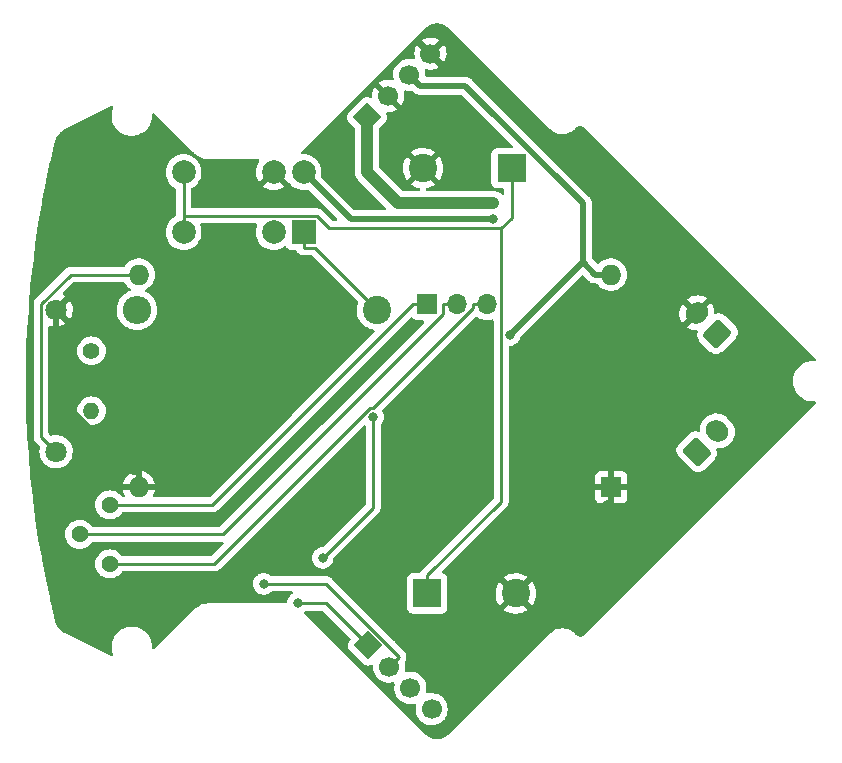
<source format=gbl>
G04 #@! TF.GenerationSoftware,KiCad,Pcbnew,(6.0.1)*
G04 #@! TF.CreationDate,2022-02-25T16:24:57+09:00*
G04 #@! TF.ProjectId,kick-drib-2,6b69636b-2d64-4726-9962-2d322e6b6963,V1.1*
G04 #@! TF.SameCoordinates,Original*
G04 #@! TF.FileFunction,Copper,L2,Bot*
G04 #@! TF.FilePolarity,Positive*
%FSLAX46Y46*%
G04 Gerber Fmt 4.6, Leading zero omitted, Abs format (unit mm)*
G04 Created by KiCad (PCBNEW (6.0.1)) date 2022-02-25 16:24:57*
%MOMM*%
%LPD*%
G01*
G04 APERTURE LIST*
G04 Aperture macros list*
%AMRoundRect*
0 Rectangle with rounded corners*
0 $1 Rounding radius*
0 $2 $3 $4 $5 $6 $7 $8 $9 X,Y pos of 4 corners*
0 Add a 4 corners polygon primitive as box body*
4,1,4,$2,$3,$4,$5,$6,$7,$8,$9,$2,$3,0*
0 Add four circle primitives for the rounded corners*
1,1,$1+$1,$2,$3*
1,1,$1+$1,$4,$5*
1,1,$1+$1,$6,$7*
1,1,$1+$1,$8,$9*
0 Add four rect primitives between the rounded corners*
20,1,$1+$1,$2,$3,$4,$5,0*
20,1,$1+$1,$4,$5,$6,$7,0*
20,1,$1+$1,$6,$7,$8,$9,0*
20,1,$1+$1,$8,$9,$2,$3,0*%
%AMHorizOval*
0 Thick line with rounded ends*
0 $1 width*
0 $2 $3 position (X,Y) of the first rounded end (center of the circle)*
0 $4 $5 position (X,Y) of the second rounded end (center of the circle)*
0 Add line between two ends*
20,1,$1,$2,$3,$4,$5,0*
0 Add two circle primitives to create the rounded ends*
1,1,$1,$2,$3*
1,1,$1,$4,$5*%
%AMRotRect*
0 Rectangle, with rotation*
0 The origin of the aperture is its center*
0 $1 length*
0 $2 width*
0 $3 Rotation angle, in degrees counterclockwise*
0 Add horizontal line*
21,1,$1,$2,0,0,$3*%
G04 Aperture macros list end*
G04 #@! TA.AperFunction,ComponentPad*
%ADD10RoundRect,0.250000X0.954594X0.106066X0.106066X0.954594X-0.954594X-0.106066X-0.106066X-0.954594X0*%
G04 #@! TD*
G04 #@! TA.AperFunction,ComponentPad*
%ADD11HorizOval,1.700000X0.106066X0.106066X-0.106066X-0.106066X0*%
G04 #@! TD*
G04 #@! TA.AperFunction,ComponentPad*
%ADD12RotRect,1.700000X1.700000X135.000000*%
G04 #@! TD*
G04 #@! TA.AperFunction,ComponentPad*
%ADD13HorizOval,1.700000X0.000000X0.000000X0.000000X0.000000X0*%
G04 #@! TD*
G04 #@! TA.AperFunction,ComponentPad*
%ADD14C,1.800000*%
G04 #@! TD*
G04 #@! TA.AperFunction,ComponentPad*
%ADD15C,1.431000*%
G04 #@! TD*
G04 #@! TA.AperFunction,ComponentPad*
%ADD16RoundRect,0.250000X0.106066X-0.954594X0.954594X-0.106066X-0.106066X0.954594X-0.954594X0.106066X0*%
G04 #@! TD*
G04 #@! TA.AperFunction,ComponentPad*
%ADD17HorizOval,1.700000X-0.106066X0.106066X0.106066X-0.106066X0*%
G04 #@! TD*
G04 #@! TA.AperFunction,ComponentPad*
%ADD18C,2.400000*%
G04 #@! TD*
G04 #@! TA.AperFunction,ComponentPad*
%ADD19O,2.400000X2.400000*%
G04 #@! TD*
G04 #@! TA.AperFunction,ComponentPad*
%ADD20RotRect,1.700000X1.700000X45.000000*%
G04 #@! TD*
G04 #@! TA.AperFunction,ComponentPad*
%ADD21HorizOval,1.700000X0.000000X0.000000X0.000000X0.000000X0*%
G04 #@! TD*
G04 #@! TA.AperFunction,ComponentPad*
%ADD22C,1.400000*%
G04 #@! TD*
G04 #@! TA.AperFunction,ComponentPad*
%ADD23O,1.400000X1.400000*%
G04 #@! TD*
G04 #@! TA.AperFunction,ComponentPad*
%ADD24R,2.400000X2.400000*%
G04 #@! TD*
G04 #@! TA.AperFunction,ComponentPad*
%ADD25R,1.727200X1.727200*%
G04 #@! TD*
G04 #@! TA.AperFunction,ComponentPad*
%ADD26O,1.727200X1.727200*%
G04 #@! TD*
G04 #@! TA.AperFunction,ComponentPad*
%ADD27R,2.000000X2.000000*%
G04 #@! TD*
G04 #@! TA.AperFunction,ComponentPad*
%ADD28C,2.000000*%
G04 #@! TD*
G04 #@! TA.AperFunction,ComponentPad*
%ADD29R,1.700000X1.700000*%
G04 #@! TD*
G04 #@! TA.AperFunction,ComponentPad*
%ADD30O,1.700000X1.700000*%
G04 #@! TD*
G04 #@! TA.AperFunction,ViaPad*
%ADD31C,0.800000*%
G04 #@! TD*
G04 #@! TA.AperFunction,Conductor*
%ADD32C,0.250000*%
G04 #@! TD*
G04 #@! TA.AperFunction,Conductor*
%ADD33C,0.500000*%
G04 #@! TD*
G04 #@! TA.AperFunction,Conductor*
%ADD34C,1.000000*%
G04 #@! TD*
G04 APERTURE END LIST*
D10*
X104000000Y-111000000D03*
D11*
X102232233Y-109232233D03*
D12*
X74313000Y-92687000D03*
D13*
X76109051Y-90890949D03*
X77905102Y-89094898D03*
X79701154Y-87298846D03*
D14*
X48000000Y-121000000D03*
X48000000Y-109000000D03*
D15*
X52540000Y-125500000D03*
X50000000Y-128000000D03*
X52540000Y-130500000D03*
D16*
X102232200Y-121000000D03*
D17*
X103999967Y-119232233D03*
D18*
X75160000Y-109000000D03*
D19*
X54840000Y-109000000D03*
D20*
X74407900Y-137407900D03*
D21*
X76203951Y-139203951D03*
X78000002Y-141000002D03*
X79796054Y-142796054D03*
D22*
X51000000Y-112460000D03*
D23*
X51000000Y-117540000D03*
D24*
X79426000Y-133000000D03*
D18*
X86926000Y-133000000D03*
D25*
X95000000Y-124000000D03*
D26*
X94960000Y-106000000D03*
X55000000Y-124000000D03*
X55000000Y-106000000D03*
D27*
X68957500Y-102407500D03*
D28*
X66417500Y-102407500D03*
X58797500Y-102407500D03*
X58797500Y-97327500D03*
X66417500Y-97327500D03*
X68957500Y-97327500D03*
D24*
X86574000Y-97000000D03*
D18*
X79074000Y-97000000D03*
D29*
X79420000Y-108500000D03*
D30*
X81960000Y-108500000D03*
X84500000Y-108500000D03*
D31*
X86411900Y-111126800D03*
X68455000Y-133846900D03*
X65585400Y-132187500D03*
X74847200Y-118069700D03*
X70578100Y-130000000D03*
X85011300Y-101329600D03*
X85000000Y-99930089D03*
D32*
X85680500Y-125220200D02*
X85680500Y-102079000D01*
X85680500Y-102079000D02*
X86574000Y-101185500D01*
X58797500Y-101042400D02*
X58797500Y-97327500D01*
X71147800Y-102079000D02*
X85680500Y-102079000D01*
X58797500Y-101042400D02*
X70111200Y-101042400D01*
X79426000Y-131474700D02*
X85680500Y-125220200D01*
X86574000Y-101185500D02*
X86574000Y-97000000D01*
X58797500Y-102407500D02*
X58797500Y-101042400D01*
X79426000Y-133000000D02*
X79426000Y-131474700D01*
X70111200Y-101042400D02*
X71147800Y-102079000D01*
D33*
X93646100Y-106000000D02*
X92592400Y-104946300D01*
X82638100Y-90014300D02*
X92592400Y-99968600D01*
X92592400Y-104946300D02*
X86411900Y-111126800D01*
X94960000Y-106000000D02*
X93646100Y-106000000D01*
X92592400Y-99968600D02*
X92592400Y-104946300D01*
X78824600Y-90014300D02*
X82638100Y-90014300D01*
X77905100Y-89094900D02*
X78824600Y-90014300D01*
X94612100Y-125313900D02*
X95000000Y-125313900D01*
X48000000Y-116178800D02*
X54507300Y-122686100D01*
X48000000Y-109000000D02*
X48000000Y-116178800D01*
X95000000Y-116464400D02*
X102232200Y-109232200D01*
X95000000Y-124000000D02*
X95000000Y-125313900D01*
X54507300Y-122686100D02*
X55000000Y-122686100D01*
X86926000Y-133000000D02*
X94612100Y-125313900D01*
X95000000Y-124000000D02*
X95000000Y-116464400D01*
X55000000Y-124000000D02*
X55000000Y-122686100D01*
D32*
X70846900Y-133846900D02*
X74407900Y-137407900D01*
X68455000Y-133846900D02*
X70846900Y-133846900D01*
X76204000Y-137496800D02*
X70894700Y-132187500D01*
X70894700Y-132187500D02*
X65585400Y-132187500D01*
X76204000Y-139204000D02*
X77035100Y-138372900D01*
X76204000Y-137541900D02*
X76204000Y-137496800D01*
X77035100Y-138372900D02*
X76204000Y-137541900D01*
X52540000Y-125500000D02*
X61244700Y-125500000D01*
X79420000Y-108500000D02*
X78244700Y-108500000D01*
X61244700Y-125500000D02*
X78244700Y-108500000D01*
X80784700Y-109308000D02*
X80784700Y-108500000D01*
X81960000Y-108500000D02*
X80784700Y-108500000D01*
X62092700Y-128000000D02*
X80784700Y-109308000D01*
X50000000Y-128000000D02*
X62092700Y-128000000D01*
X61391200Y-130500000D02*
X52540000Y-130500000D01*
X83324700Y-108867300D02*
X74847600Y-117344400D01*
X83324700Y-108500000D02*
X83324700Y-108867300D01*
X84500000Y-108500000D02*
X83324700Y-108500000D01*
X74546800Y-117344400D02*
X61391200Y-130500000D01*
X74847600Y-117344400D02*
X74546800Y-117344400D01*
X69892800Y-103732800D02*
X68957500Y-103732800D01*
X75160000Y-109000000D02*
X69892800Y-103732800D01*
X68957500Y-102407500D02*
X68957500Y-103732800D01*
X74847200Y-125730900D02*
X70578100Y-130000000D01*
X74847200Y-118069700D02*
X74847200Y-125730900D01*
X49229300Y-106000000D02*
X55000000Y-106000000D01*
X48000000Y-121000000D02*
X46726000Y-119726000D01*
X46726000Y-119726000D02*
X46726000Y-108503300D01*
X46726000Y-108503300D02*
X49229300Y-106000000D01*
D33*
X72959600Y-101329600D02*
X68957500Y-97327500D01*
X85011300Y-101329600D02*
X72959600Y-101329600D01*
D34*
X74313000Y-92687000D02*
X74313000Y-97313000D01*
X76930089Y-99930089D02*
X85000000Y-99930089D01*
X74313000Y-97313000D02*
X76930089Y-99930089D01*
G04 #@! TA.AperFunction,Conductor*
G36*
X80366399Y-84742752D02*
G01*
X80559267Y-84770483D01*
X80576824Y-84774302D01*
X80763787Y-84829199D01*
X80780631Y-84835481D01*
X80957878Y-84916427D01*
X80973657Y-84925043D01*
X81137578Y-85030389D01*
X81151969Y-85041162D01*
X81274696Y-85147505D01*
X81286816Y-85160677D01*
X81292642Y-85166648D01*
X81297939Y-85173898D01*
X81305056Y-85179369D01*
X81305057Y-85179370D01*
X81323150Y-85193278D01*
X81335454Y-85204079D01*
X89753696Y-93622320D01*
X89767244Y-93638337D01*
X89778869Y-93654665D01*
X89787627Y-93663639D01*
X89791519Y-93666556D01*
X89799523Y-93672555D01*
X89806471Y-93678157D01*
X89948222Y-93800986D01*
X89948226Y-93800989D01*
X89951619Y-93803929D01*
X90133084Y-93920550D01*
X90137174Y-93922418D01*
X90137178Y-93922420D01*
X90197198Y-93949830D01*
X90329300Y-94010159D01*
X90536271Y-94070931D01*
X90540730Y-94071572D01*
X90540734Y-94071573D01*
X90643027Y-94086280D01*
X90749784Y-94101630D01*
X90965493Y-94101630D01*
X91072250Y-94086280D01*
X91174543Y-94071573D01*
X91174547Y-94071572D01*
X91179006Y-94070931D01*
X91385977Y-94010159D01*
X91518079Y-93949830D01*
X91578099Y-93922420D01*
X91578103Y-93922418D01*
X91582193Y-93920550D01*
X91591115Y-93914816D01*
X91759876Y-93806359D01*
X91759880Y-93806356D01*
X91763658Y-93803928D01*
X91854607Y-93725121D01*
X91896064Y-93689198D01*
X91905496Y-93681781D01*
X91914712Y-93675219D01*
X91918676Y-93672397D01*
X91927650Y-93663639D01*
X91930560Y-93659756D01*
X91930569Y-93659746D01*
X91944369Y-93641332D01*
X91956100Y-93627802D01*
X92004296Y-93579606D01*
X92019064Y-93566959D01*
X92031163Y-93558120D01*
X92038414Y-93552823D01*
X92043884Y-93545707D01*
X92043888Y-93545703D01*
X92043947Y-93545626D01*
X92065278Y-93523911D01*
X92114222Y-93484879D01*
X92138106Y-93469872D01*
X92211790Y-93434388D01*
X92238421Y-93425069D01*
X92278284Y-93415971D01*
X92318149Y-93406872D01*
X92346185Y-93403713D01*
X92427966Y-93403713D01*
X92456003Y-93406872D01*
X92535730Y-93425069D01*
X92562362Y-93434388D01*
X92636043Y-93469871D01*
X92659933Y-93484882D01*
X92703699Y-93519784D01*
X92715319Y-93530297D01*
X92721576Y-93536709D01*
X92726870Y-93543956D01*
X92733983Y-93549424D01*
X92733988Y-93549429D01*
X92752086Y-93563341D01*
X92764390Y-93574141D01*
X112298657Y-113108408D01*
X112332683Y-113170720D01*
X112327618Y-113241535D01*
X112285071Y-113298371D01*
X112218551Y-113323182D01*
X112207922Y-113323492D01*
X112078708Y-113321800D01*
X112010801Y-113320911D01*
X112010798Y-113320911D01*
X112006124Y-113320850D01*
X111754578Y-113355084D01*
X111750092Y-113356392D01*
X111750090Y-113356392D01*
X111686055Y-113375056D01*
X111510856Y-113426122D01*
X111280310Y-113532405D01*
X111276401Y-113534968D01*
X111071920Y-113669031D01*
X111071915Y-113669035D01*
X111068007Y-113671597D01*
X110878610Y-113840641D01*
X110716279Y-114035822D01*
X110584581Y-114252854D01*
X110582772Y-114257168D01*
X110582771Y-114257170D01*
X110498513Y-114458104D01*
X110486409Y-114486968D01*
X110423919Y-114733021D01*
X110398485Y-114985608D01*
X110400291Y-115023198D01*
X110410665Y-115239180D01*
X110460191Y-115488167D01*
X110545976Y-115727098D01*
X110666135Y-115950725D01*
X110668930Y-115954468D01*
X110668932Y-115954471D01*
X110815237Y-116150397D01*
X110815242Y-116150403D01*
X110818029Y-116154135D01*
X110821338Y-116157415D01*
X110821343Y-116157421D01*
X110992776Y-116327363D01*
X110998320Y-116332859D01*
X111002082Y-116335617D01*
X111002085Y-116335620D01*
X111093117Y-116402367D01*
X111203047Y-116482971D01*
X111207190Y-116485151D01*
X111207192Y-116485152D01*
X111423564Y-116598991D01*
X111423569Y-116598993D01*
X111427714Y-116601174D01*
X111667385Y-116684871D01*
X111671978Y-116685743D01*
X111912205Y-116731352D01*
X111912208Y-116731352D01*
X111916794Y-116732223D01*
X112043628Y-116737207D01*
X112165794Y-116742007D01*
X112165800Y-116742007D01*
X112170462Y-116742190D01*
X112194412Y-116739567D01*
X112264305Y-116752034D01*
X112316363Y-116800309D01*
X112334057Y-116869065D01*
X112311770Y-116936473D01*
X112297224Y-116953913D01*
X92769855Y-136481282D01*
X92755088Y-136493928D01*
X92735737Y-136508065D01*
X92730267Y-136515181D01*
X92730263Y-136515185D01*
X92730204Y-136515262D01*
X92708873Y-136536977D01*
X92659930Y-136576008D01*
X92636044Y-136591016D01*
X92562362Y-136626500D01*
X92535734Y-136635817D01*
X92456003Y-136654015D01*
X92427966Y-136657174D01*
X92346186Y-136657174D01*
X92318149Y-136654015D01*
X92238422Y-136635818D01*
X92211789Y-136626499D01*
X92138106Y-136591015D01*
X92114218Y-136576005D01*
X92070446Y-136541098D01*
X92058832Y-136530591D01*
X92052577Y-136524182D01*
X92047281Y-136516932D01*
X92022071Y-136497553D01*
X92009766Y-136486752D01*
X91961581Y-136438567D01*
X91948034Y-136422552D01*
X91939230Y-136410187D01*
X91936408Y-136406223D01*
X91927650Y-136397249D01*
X91915745Y-136388327D01*
X91908795Y-136382724D01*
X91767055Y-136259903D01*
X91767050Y-136259899D01*
X91763658Y-136256960D01*
X91582192Y-136140339D01*
X91385977Y-136050730D01*
X91179006Y-135989958D01*
X91174547Y-135989317D01*
X91174543Y-135989316D01*
X91072250Y-135974609D01*
X90965493Y-135959259D01*
X90749784Y-135959259D01*
X90643027Y-135974609D01*
X90540734Y-135989316D01*
X90540730Y-135989317D01*
X90536271Y-135989958D01*
X90329300Y-136050730D01*
X90133085Y-136140339D01*
X89951619Y-136256960D01*
X89948227Y-136259900D01*
X89948222Y-136259903D01*
X89880959Y-136318188D01*
X89819209Y-136371695D01*
X89809790Y-136379100D01*
X89796602Y-136388490D01*
X89787627Y-136397249D01*
X89784708Y-136401144D01*
X89784707Y-136401145D01*
X89770908Y-136419557D01*
X89759177Y-136433087D01*
X81340924Y-144851339D01*
X81326157Y-144863985D01*
X81306806Y-144878122D01*
X81297449Y-144890295D01*
X81280066Y-144908728D01*
X81151970Y-145019724D01*
X81137578Y-145030498D01*
X80973657Y-145135844D01*
X80957878Y-145144460D01*
X80780631Y-145225406D01*
X80763789Y-145231687D01*
X80576824Y-145286585D01*
X80559267Y-145290404D01*
X80387407Y-145315114D01*
X80366398Y-145318135D01*
X80348466Y-145319418D01*
X80153608Y-145319418D01*
X80135676Y-145318135D01*
X80114667Y-145315114D01*
X79942807Y-145290404D01*
X79925250Y-145286585D01*
X79738285Y-145231687D01*
X79721443Y-145225406D01*
X79544196Y-145144460D01*
X79528417Y-145135844D01*
X79364489Y-145030494D01*
X79350109Y-145019728D01*
X79227373Y-144913377D01*
X79215267Y-144900220D01*
X79209428Y-144894237D01*
X79204134Y-144886990D01*
X79178923Y-144867610D01*
X79166619Y-144856809D01*
X69036964Y-134727154D01*
X69002938Y-134664842D01*
X69008003Y-134594027D01*
X69051996Y-134536124D01*
X69066253Y-134525766D01*
X69070669Y-134520862D01*
X69075580Y-134516440D01*
X69076705Y-134517689D01*
X69130014Y-134484849D01*
X69163200Y-134480400D01*
X70532306Y-134480400D01*
X70600427Y-134500402D01*
X70621401Y-134517305D01*
X72910248Y-136806152D01*
X72944274Y-136868464D01*
X72939209Y-136939279D01*
X72910248Y-136984342D01*
X72814633Y-137079957D01*
X72814624Y-137079967D01*
X72812219Y-137082372D01*
X72810086Y-137085025D01*
X72810085Y-137085026D01*
X72777975Y-137124962D01*
X72777973Y-137124965D01*
X72773026Y-137131118D01*
X72712739Y-137263714D01*
X72711467Y-137272597D01*
X72711466Y-137272600D01*
X72699431Y-137356637D01*
X72692090Y-137407900D01*
X72693363Y-137416789D01*
X72709847Y-137531890D01*
X72712739Y-137552086D01*
X72716453Y-137560254D01*
X72716453Y-137560255D01*
X72742876Y-137618370D01*
X72773026Y-137684682D01*
X72777973Y-137690835D01*
X72777975Y-137690838D01*
X72785231Y-137699862D01*
X72812219Y-137733428D01*
X74082372Y-139003581D01*
X74085034Y-139005721D01*
X74124962Y-139037825D01*
X74124965Y-139037827D01*
X74131118Y-139042774D01*
X74263714Y-139103061D01*
X74272597Y-139104333D01*
X74272600Y-139104334D01*
X74399011Y-139122437D01*
X74407900Y-139123710D01*
X74416789Y-139122437D01*
X74543200Y-139104334D01*
X74543203Y-139104333D01*
X74552086Y-139103061D01*
X74560252Y-139099348D01*
X74560256Y-139099347D01*
X74663524Y-139052394D01*
X74733815Y-139042408D01*
X74798347Y-139072009D01*
X74836630Y-139131799D01*
X74841426Y-139168553D01*
X74841202Y-139170646D01*
X74841499Y-139175799D01*
X74841499Y-139175804D01*
X74850016Y-139323513D01*
X74854061Y-139393666D01*
X74855198Y-139398712D01*
X74855199Y-139398718D01*
X74875070Y-139486890D01*
X74903173Y-139611590D01*
X74987217Y-139818567D01*
X74989916Y-139822971D01*
X75100270Y-140003053D01*
X75103938Y-140009039D01*
X75250201Y-140177889D01*
X75422077Y-140320583D01*
X75614951Y-140433289D01*
X75823643Y-140512981D01*
X75828711Y-140514012D01*
X75828714Y-140514013D01*
X75891894Y-140526867D01*
X76042548Y-140557518D01*
X76047723Y-140557708D01*
X76047725Y-140557708D01*
X76260624Y-140565515D01*
X76260628Y-140565515D01*
X76265788Y-140565704D01*
X76270908Y-140565048D01*
X76270910Y-140565048D01*
X76482239Y-140537976D01*
X76482240Y-140537976D01*
X76487367Y-140537319D01*
X76492318Y-140535834D01*
X76492321Y-140535833D01*
X76520820Y-140527283D01*
X76591815Y-140526867D01*
X76651766Y-140564899D01*
X76681637Y-140629306D01*
X76678444Y-140681639D01*
X76660991Y-140744572D01*
X76637253Y-140966697D01*
X76637550Y-140971850D01*
X76637550Y-140971853D01*
X76643013Y-141066592D01*
X76650112Y-141189717D01*
X76651249Y-141194763D01*
X76651250Y-141194769D01*
X76671121Y-141282941D01*
X76699224Y-141407641D01*
X76783268Y-141614618D01*
X76811478Y-141660652D01*
X76894359Y-141795902D01*
X76899989Y-141805090D01*
X77046252Y-141973940D01*
X77218128Y-142116634D01*
X77411002Y-142229340D01*
X77619694Y-142309032D01*
X77624762Y-142310063D01*
X77624765Y-142310064D01*
X77687945Y-142322918D01*
X77838599Y-142353569D01*
X77843774Y-142353759D01*
X77843776Y-142353759D01*
X78056675Y-142361566D01*
X78056679Y-142361566D01*
X78061839Y-142361755D01*
X78066959Y-142361099D01*
X78066961Y-142361099D01*
X78278290Y-142334027D01*
X78278291Y-142334027D01*
X78283418Y-142333370D01*
X78288370Y-142331884D01*
X78288376Y-142331883D01*
X78316873Y-142323334D01*
X78387868Y-142322918D01*
X78447818Y-142360951D01*
X78477689Y-142425358D01*
X78474496Y-142477691D01*
X78457043Y-142540624D01*
X78433305Y-142762749D01*
X78433602Y-142767902D01*
X78433602Y-142767905D01*
X78439065Y-142862644D01*
X78446164Y-142985769D01*
X78447301Y-142990815D01*
X78447302Y-142990821D01*
X78467173Y-143078993D01*
X78495276Y-143203693D01*
X78579320Y-143410670D01*
X78696041Y-143601142D01*
X78842304Y-143769992D01*
X79014180Y-143912686D01*
X79207054Y-144025392D01*
X79415746Y-144105084D01*
X79420814Y-144106115D01*
X79420817Y-144106116D01*
X79528071Y-144127937D01*
X79634651Y-144149621D01*
X79639826Y-144149811D01*
X79639828Y-144149811D01*
X79852727Y-144157618D01*
X79852731Y-144157618D01*
X79857891Y-144157807D01*
X79863011Y-144157151D01*
X79863013Y-144157151D01*
X80074342Y-144130079D01*
X80074343Y-144130079D01*
X80079470Y-144129422D01*
X80084420Y-144127937D01*
X80288483Y-144066715D01*
X80288488Y-144066713D01*
X80293438Y-144065228D01*
X80494048Y-143966950D01*
X80675914Y-143837227D01*
X80834150Y-143679543D01*
X80893648Y-143596743D01*
X80961489Y-143502331D01*
X80964507Y-143498131D01*
X81063484Y-143297865D01*
X81128424Y-143084123D01*
X81157583Y-142862644D01*
X81159210Y-142796054D01*
X81140906Y-142573415D01*
X81086485Y-142356756D01*
X80997408Y-142151894D01*
X80884421Y-141977242D01*
X80878876Y-141968671D01*
X80878874Y-141968668D01*
X80876068Y-141964331D01*
X80725724Y-141799105D01*
X80721673Y-141795906D01*
X80721669Y-141795902D01*
X80554468Y-141663854D01*
X80554464Y-141663852D01*
X80550413Y-141660652D01*
X80354843Y-141552692D01*
X80349974Y-141550968D01*
X80349970Y-141550966D01*
X80149141Y-141479849D01*
X80149137Y-141479848D01*
X80144266Y-141478123D01*
X80139173Y-141477216D01*
X80139170Y-141477215D01*
X79929427Y-141439854D01*
X79929421Y-141439853D01*
X79924338Y-141438948D01*
X79850506Y-141438046D01*
X79706135Y-141436282D01*
X79706133Y-141436282D01*
X79700965Y-141436219D01*
X79590555Y-141453114D01*
X79485259Y-141469226D01*
X79485254Y-141469227D01*
X79480145Y-141470009D01*
X79475231Y-141471615D01*
X79474690Y-141471744D01*
X79403789Y-141468071D01*
X79346128Y-141426649D01*
X79320016Y-141360628D01*
X79324935Y-141312548D01*
X79332372Y-141288071D01*
X79361531Y-141066592D01*
X79363158Y-141000002D01*
X79344854Y-140777363D01*
X79290433Y-140560704D01*
X79201356Y-140355842D01*
X79086233Y-140177889D01*
X79082824Y-140172619D01*
X79082822Y-140172616D01*
X79080016Y-140168279D01*
X78929672Y-140003053D01*
X78925621Y-139999854D01*
X78925617Y-139999850D01*
X78758416Y-139867802D01*
X78758412Y-139867800D01*
X78754361Y-139864600D01*
X78558791Y-139756640D01*
X78553922Y-139754916D01*
X78553918Y-139754914D01*
X78353089Y-139683797D01*
X78353085Y-139683796D01*
X78348214Y-139682071D01*
X78343121Y-139681164D01*
X78343118Y-139681163D01*
X78133375Y-139643802D01*
X78133369Y-139643801D01*
X78128286Y-139642896D01*
X78054454Y-139641994D01*
X77910083Y-139640230D01*
X77910081Y-139640230D01*
X77904913Y-139640167D01*
X77779335Y-139659383D01*
X77689208Y-139673174D01*
X77689204Y-139673175D01*
X77684093Y-139673957D01*
X77679175Y-139675565D01*
X77678644Y-139675691D01*
X77607742Y-139672020D01*
X77550081Y-139630599D01*
X77523966Y-139564580D01*
X77528885Y-139516496D01*
X77536321Y-139492020D01*
X77565480Y-139270541D01*
X77567107Y-139203951D01*
X77548803Y-138981312D01*
X77519374Y-138864150D01*
X77522178Y-138793210D01*
X77547060Y-138750136D01*
X77557997Y-138737729D01*
X77558000Y-138737725D01*
X77563242Y-138731778D01*
X77566969Y-138724462D01*
X77579682Y-138704428D01*
X77579854Y-138704206D01*
X77584714Y-138697941D01*
X77587862Y-138690666D01*
X77587865Y-138690661D01*
X77607033Y-138646366D01*
X77610400Y-138639210D01*
X77632299Y-138596224D01*
X77635898Y-138589160D01*
X77637691Y-138581139D01*
X77645015Y-138558592D01*
X77648281Y-138551045D01*
X77657072Y-138495544D01*
X77658553Y-138487780D01*
X77670805Y-138432953D01*
X77670546Y-138424749D01*
X77672036Y-138401065D01*
X77673320Y-138392957D01*
X77668033Y-138337021D01*
X77667536Y-138329131D01*
X77666017Y-138280896D01*
X77666016Y-138280893D01*
X77665767Y-138272972D01*
X77663477Y-138265092D01*
X77659030Y-138241787D01*
X77659003Y-138241502D01*
X77658257Y-138233608D01*
X77639222Y-138180735D01*
X77636781Y-138173224D01*
X77632938Y-138159997D01*
X77621103Y-138119271D01*
X77616923Y-138112204D01*
X77606823Y-138090745D01*
X77604039Y-138083011D01*
X77599582Y-138076452D01*
X77599580Y-138076449D01*
X77572454Y-138036534D01*
X77568217Y-138029858D01*
X77543655Y-137988332D01*
X77543654Y-137988331D01*
X77539618Y-137981507D01*
X77533811Y-137975701D01*
X77518687Y-137957420D01*
X77518528Y-137957186D01*
X77514072Y-137950629D01*
X77471917Y-137913465D01*
X77466175Y-137908073D01*
X76792723Y-137234701D01*
X76771711Y-137202717D01*
X76770288Y-137203499D01*
X76766471Y-137196556D01*
X76763552Y-137189183D01*
X76737564Y-137153413D01*
X76731048Y-137143493D01*
X76712580Y-137112265D01*
X76712578Y-137112262D01*
X76708542Y-137105438D01*
X76694221Y-137091117D01*
X76681380Y-137076083D01*
X76674131Y-137066106D01*
X76669472Y-137059693D01*
X76635395Y-137031502D01*
X76626616Y-137023512D01*
X71398352Y-131795247D01*
X71390812Y-131786961D01*
X71386700Y-131780482D01*
X71337048Y-131733856D01*
X71334207Y-131731102D01*
X71314470Y-131711365D01*
X71311273Y-131708885D01*
X71302251Y-131701180D01*
X71275800Y-131676341D01*
X71270021Y-131670914D01*
X71263075Y-131667095D01*
X71263072Y-131667093D01*
X71252266Y-131661152D01*
X71235747Y-131650301D01*
X71229748Y-131645648D01*
X71219741Y-131637886D01*
X71212472Y-131634741D01*
X71212468Y-131634738D01*
X71179163Y-131620326D01*
X71168513Y-131615109D01*
X71129760Y-131593805D01*
X71110137Y-131588767D01*
X71091434Y-131582363D01*
X71080120Y-131577467D01*
X71080119Y-131577467D01*
X71072845Y-131574319D01*
X71065022Y-131573080D01*
X71065012Y-131573077D01*
X71029176Y-131567401D01*
X71017556Y-131564995D01*
X70982411Y-131555972D01*
X70982410Y-131555972D01*
X70974730Y-131554000D01*
X70954476Y-131554000D01*
X70934765Y-131552449D01*
X70922586Y-131550520D01*
X70914757Y-131549280D01*
X70906865Y-131550026D01*
X70870739Y-131553441D01*
X70858881Y-131554000D01*
X66293600Y-131554000D01*
X66225479Y-131533998D01*
X66206253Y-131517657D01*
X66205980Y-131517960D01*
X66201068Y-131513537D01*
X66196653Y-131508634D01*
X66098502Y-131437323D01*
X66047494Y-131400263D01*
X66047493Y-131400262D01*
X66042152Y-131396382D01*
X66036124Y-131393698D01*
X66036122Y-131393697D01*
X65873719Y-131321391D01*
X65873718Y-131321391D01*
X65867688Y-131318706D01*
X65767461Y-131297402D01*
X65687344Y-131280372D01*
X65687339Y-131280372D01*
X65680887Y-131279000D01*
X65489913Y-131279000D01*
X65483461Y-131280372D01*
X65483456Y-131280372D01*
X65403339Y-131297402D01*
X65303112Y-131318706D01*
X65297082Y-131321391D01*
X65297081Y-131321391D01*
X65134678Y-131393697D01*
X65134676Y-131393698D01*
X65128648Y-131396382D01*
X65123307Y-131400262D01*
X65123306Y-131400263D01*
X65104406Y-131413995D01*
X64974147Y-131508634D01*
X64969726Y-131513544D01*
X64969725Y-131513545D01*
X64857394Y-131638302D01*
X64846360Y-131650556D01*
X64750873Y-131815944D01*
X64691858Y-131997572D01*
X64691168Y-132004133D01*
X64691168Y-132004135D01*
X64687551Y-132038553D01*
X64671896Y-132187500D01*
X64691858Y-132377428D01*
X64750873Y-132559056D01*
X64846360Y-132724444D01*
X64850778Y-132729351D01*
X64850779Y-132729352D01*
X64870709Y-132751486D01*
X64974147Y-132866366D01*
X65068641Y-132935020D01*
X65102796Y-132959835D01*
X65128648Y-132978618D01*
X65134676Y-132981302D01*
X65134678Y-132981303D01*
X65198190Y-133009580D01*
X65303112Y-133056294D01*
X65396512Y-133076147D01*
X65483456Y-133094628D01*
X65483461Y-133094628D01*
X65489913Y-133096000D01*
X65680887Y-133096000D01*
X65687339Y-133094628D01*
X65687344Y-133094628D01*
X65774288Y-133076147D01*
X65867688Y-133056294D01*
X65972610Y-133009580D01*
X66036122Y-132981303D01*
X66036124Y-132981302D01*
X66042152Y-132978618D01*
X66068005Y-132959835D01*
X66175071Y-132882046D01*
X66196653Y-132866366D01*
X66201068Y-132861463D01*
X66205980Y-132857040D01*
X66207105Y-132858289D01*
X66260414Y-132825449D01*
X66293600Y-132821000D01*
X67936044Y-132821000D01*
X68004165Y-132841002D01*
X68050658Y-132894658D01*
X68060762Y-132964932D01*
X68031268Y-133029512D01*
X68000863Y-133054618D01*
X67998248Y-133055782D01*
X67843747Y-133168034D01*
X67839326Y-133172944D01*
X67839325Y-133172945D01*
X67791669Y-133225873D01*
X67715960Y-133309956D01*
X67620473Y-133475344D01*
X67561458Y-133656972D01*
X67560768Y-133663533D01*
X67560768Y-133663535D01*
X67555613Y-133712587D01*
X67528600Y-133778244D01*
X67470379Y-133818874D01*
X67423239Y-133825219D01*
X67393999Y-133823577D01*
X67342294Y-133820673D01*
X67328466Y-133819126D01*
X67318877Y-133817513D01*
X67316846Y-133817171D01*
X67316844Y-133817171D01*
X67312043Y-133816363D01*
X67305503Y-133816283D01*
X67304363Y-133816269D01*
X67304359Y-133816269D01*
X67299504Y-133816210D01*
X67271916Y-133820161D01*
X67254053Y-133821434D01*
X61110070Y-133821434D01*
X61089166Y-133819688D01*
X61084066Y-133818830D01*
X61069402Y-133816363D01*
X61063044Y-133816285D01*
X61061721Y-133816269D01*
X61061717Y-133816269D01*
X61056863Y-133816210D01*
X61052047Y-133816900D01*
X61052044Y-133816900D01*
X61038565Y-133818830D01*
X61027768Y-133819905D01*
X60897815Y-133827203D01*
X60831684Y-133830917D01*
X60609337Y-133868695D01*
X60392618Y-133931131D01*
X60389350Y-133932485D01*
X60389349Y-133932485D01*
X60187520Y-134016085D01*
X60187515Y-134016088D01*
X60184252Y-134017439D01*
X59986860Y-134126534D01*
X59802924Y-134257043D01*
X59672767Y-134373359D01*
X59666723Y-134378760D01*
X59655846Y-134387448D01*
X59642274Y-134397111D01*
X59633299Y-134405870D01*
X59630380Y-134409765D01*
X59630379Y-134409766D01*
X59616580Y-134428178D01*
X59604849Y-134441708D01*
X56333108Y-137713448D01*
X56270796Y-137747474D01*
X56199980Y-137742409D01*
X56143145Y-137699862D01*
X56118334Y-137633342D01*
X56118370Y-137618373D01*
X56118261Y-137618370D01*
X56119140Y-137584797D01*
X56120608Y-137528730D01*
X56101794Y-137275564D01*
X56045767Y-137027959D01*
X56029160Y-136985254D01*
X55955452Y-136795713D01*
X55955451Y-136795710D01*
X55953757Y-136791355D01*
X55928486Y-136747139D01*
X55859533Y-136626499D01*
X55827785Y-136570951D01*
X55670620Y-136371587D01*
X55535949Y-136244901D01*
X55489113Y-136200842D01*
X55489110Y-136200840D01*
X55485712Y-136197643D01*
X55277125Y-136052941D01*
X55272642Y-136050730D01*
X55053629Y-135942725D01*
X55053626Y-135942724D01*
X55049441Y-135940660D01*
X55004797Y-135926369D01*
X54812107Y-135864688D01*
X54812109Y-135864688D01*
X54807662Y-135863265D01*
X54743035Y-135852740D01*
X54561710Y-135823210D01*
X54561709Y-135823210D01*
X54557098Y-135822459D01*
X54430177Y-135820797D01*
X54307933Y-135819197D01*
X54307930Y-135819197D01*
X54303256Y-135819136D01*
X54051710Y-135853370D01*
X54047224Y-135854678D01*
X54047222Y-135854678D01*
X54012879Y-135864688D01*
X53807988Y-135924408D01*
X53577442Y-136030691D01*
X53546658Y-136050874D01*
X53369052Y-136167317D01*
X53369047Y-136167321D01*
X53365139Y-136169883D01*
X53175742Y-136338927D01*
X53013411Y-136534108D01*
X52881713Y-136751140D01*
X52879904Y-136755454D01*
X52879903Y-136755456D01*
X52786435Y-136978353D01*
X52783541Y-136985254D01*
X52721051Y-137231307D01*
X52720583Y-137235958D01*
X52720582Y-137235962D01*
X52716126Y-137280216D01*
X52695617Y-137483894D01*
X52695841Y-137488559D01*
X52695841Y-137488565D01*
X52697127Y-137515315D01*
X52697423Y-137521484D01*
X52707797Y-137737466D01*
X52757323Y-137986453D01*
X52794667Y-138090463D01*
X52819632Y-138159997D01*
X52823826Y-138230870D01*
X52789037Y-138292759D01*
X52726311Y-138326015D01*
X52655563Y-138320080D01*
X52644695Y-138315273D01*
X48757913Y-136371884D01*
X48741245Y-136361872D01*
X48729037Y-136353191D01*
X48729032Y-136353188D01*
X48721720Y-136347989D01*
X48713243Y-136345051D01*
X48713237Y-136345048D01*
X48707304Y-136342992D01*
X48684256Y-136332292D01*
X48537015Y-136244901D01*
X48522132Y-136234551D01*
X48473168Y-136194984D01*
X48369312Y-136111061D01*
X48356070Y-136098684D01*
X48222547Y-135954538D01*
X48211216Y-135940388D01*
X48210424Y-135939237D01*
X48099757Y-135778569D01*
X48090576Y-135762940D01*
X48003497Y-135586812D01*
X47996654Y-135570031D01*
X47945779Y-135413988D01*
X47942296Y-135396979D01*
X47940269Y-135388361D01*
X47939474Y-135379420D01*
X47929048Y-135352791D01*
X47923769Y-135335899D01*
X47567399Y-133831509D01*
X47521421Y-133637418D01*
X47520836Y-133634827D01*
X47456871Y-133336844D01*
X47146417Y-131890599D01*
X47145887Y-131887992D01*
X47133219Y-131822229D01*
X46808442Y-130136302D01*
X46807967Y-130133685D01*
X46776387Y-129948782D01*
X46587099Y-128840508D01*
X46507636Y-128375255D01*
X46507215Y-128372624D01*
X46420658Y-127792123D01*
X46244121Y-126608171D01*
X46243761Y-126605567D01*
X46238065Y-126560907D01*
X46049135Y-125079768D01*
X46018039Y-124835986D01*
X46017730Y-124833340D01*
X45900985Y-123733239D01*
X53650536Y-123733239D01*
X53652233Y-123742609D01*
X53664610Y-123746000D01*
X54727885Y-123746000D01*
X54743124Y-123741525D01*
X54744329Y-123740135D01*
X54746000Y-123732452D01*
X54746000Y-123727885D01*
X55254000Y-123727885D01*
X55258475Y-123743124D01*
X55259865Y-123744329D01*
X55267548Y-123746000D01*
X56332367Y-123746000D01*
X56345898Y-123742027D01*
X56347203Y-123732947D01*
X56304133Y-123561477D01*
X56300813Y-123551726D01*
X56214999Y-123354365D01*
X56210133Y-123345290D01*
X56093239Y-123164601D01*
X56086947Y-123156430D01*
X55942113Y-122997260D01*
X55934580Y-122990234D01*
X55765691Y-122856855D01*
X55757104Y-122851150D01*
X55568711Y-122747151D01*
X55559299Y-122742921D01*
X55356445Y-122671086D01*
X55346474Y-122668452D01*
X55271837Y-122655157D01*
X55258540Y-122656617D01*
X55254000Y-122671174D01*
X55254000Y-123727885D01*
X54746000Y-123727885D01*
X54746000Y-122669343D01*
X54742082Y-122655999D01*
X54727806Y-122654012D01*
X54686161Y-122660385D01*
X54676125Y-122662776D01*
X54471576Y-122729633D01*
X54462079Y-122733625D01*
X54271189Y-122832995D01*
X54262464Y-122838490D01*
X54090373Y-122967700D01*
X54082666Y-122974543D01*
X53933984Y-123130129D01*
X53927498Y-123138139D01*
X53806232Y-123315908D01*
X53801134Y-123324882D01*
X53710530Y-123520071D01*
X53706967Y-123529758D01*
X53650536Y-123733239D01*
X45900985Y-123733239D01*
X45829479Y-123059434D01*
X45829225Y-123056782D01*
X45678516Y-121279204D01*
X45678319Y-121276547D01*
X45575575Y-119659093D01*
X45565227Y-119496178D01*
X45565087Y-119493523D01*
X45563821Y-119463595D01*
X45489668Y-117711234D01*
X45489584Y-117708604D01*
X45486019Y-117540000D01*
X45451865Y-115925057D01*
X45451837Y-115922393D01*
X45451837Y-114138495D01*
X45451865Y-114135831D01*
X45464572Y-113534968D01*
X45489585Y-112352253D01*
X45489669Y-112349621D01*
X45493681Y-112254825D01*
X45565087Y-110567358D01*
X45565227Y-110564704D01*
X45572790Y-110445651D01*
X45587723Y-110210559D01*
X45678319Y-108784341D01*
X45678516Y-108781684D01*
X45703819Y-108483243D01*
X46087780Y-108483243D01*
X46088526Y-108491135D01*
X46091941Y-108527261D01*
X46092500Y-108539119D01*
X46092500Y-119647233D01*
X46091973Y-119658416D01*
X46090298Y-119665909D01*
X46090547Y-119673835D01*
X46090547Y-119673836D01*
X46092438Y-119733986D01*
X46092500Y-119737945D01*
X46092500Y-119765856D01*
X46092997Y-119769790D01*
X46092997Y-119769791D01*
X46093005Y-119769856D01*
X46093938Y-119781693D01*
X46095327Y-119825889D01*
X46100978Y-119845339D01*
X46104987Y-119864700D01*
X46107526Y-119884797D01*
X46110445Y-119892168D01*
X46110445Y-119892170D01*
X46123804Y-119925912D01*
X46127649Y-119937142D01*
X46137771Y-119971983D01*
X46139982Y-119979593D01*
X46144015Y-119986412D01*
X46144017Y-119986417D01*
X46150293Y-119997028D01*
X46158988Y-120014776D01*
X46166448Y-120033617D01*
X46171110Y-120040033D01*
X46171110Y-120040034D01*
X46192436Y-120069387D01*
X46198952Y-120079307D01*
X46221458Y-120117362D01*
X46235779Y-120131683D01*
X46248619Y-120146716D01*
X46260528Y-120163107D01*
X46278167Y-120177699D01*
X46294605Y-120191298D01*
X46303384Y-120199288D01*
X46609154Y-120505058D01*
X46643180Y-120567370D01*
X46641476Y-120627825D01*
X46611707Y-120735169D01*
X46587095Y-120965469D01*
X46587392Y-120970622D01*
X46587392Y-120970625D01*
X46593067Y-121069041D01*
X46600427Y-121196697D01*
X46601564Y-121201743D01*
X46601565Y-121201749D01*
X46625297Y-121307054D01*
X46651346Y-121422642D01*
X46653288Y-121427424D01*
X46653289Y-121427428D01*
X46725083Y-121604234D01*
X46738484Y-121637237D01*
X46859501Y-121834719D01*
X47011147Y-122009784D01*
X47189349Y-122157730D01*
X47389322Y-122274584D01*
X47605694Y-122357209D01*
X47610760Y-122358240D01*
X47610761Y-122358240D01*
X47663846Y-122369040D01*
X47832656Y-122403385D01*
X47963324Y-122408176D01*
X48058949Y-122411683D01*
X48058953Y-122411683D01*
X48064113Y-122411872D01*
X48069233Y-122411216D01*
X48069235Y-122411216D01*
X48142270Y-122401860D01*
X48293847Y-122382442D01*
X48298795Y-122380957D01*
X48298802Y-122380956D01*
X48510747Y-122317369D01*
X48515690Y-122315886D01*
X48596236Y-122276427D01*
X48719049Y-122216262D01*
X48719052Y-122216260D01*
X48723684Y-122213991D01*
X48912243Y-122079494D01*
X49076303Y-121916005D01*
X49211458Y-121727917D01*
X49258641Y-121632450D01*
X49311784Y-121524922D01*
X49311785Y-121524920D01*
X49314078Y-121520280D01*
X49381408Y-121298671D01*
X49411640Y-121069041D01*
X49412734Y-121024286D01*
X49413245Y-121003365D01*
X49413245Y-121003361D01*
X49413327Y-121000000D01*
X49400574Y-120844877D01*
X49394773Y-120774318D01*
X49394772Y-120774312D01*
X49394349Y-120769167D01*
X49360397Y-120633999D01*
X49339184Y-120549544D01*
X49339183Y-120549540D01*
X49337925Y-120544533D01*
X49313950Y-120489394D01*
X49247630Y-120336868D01*
X49247628Y-120336865D01*
X49245570Y-120332131D01*
X49119764Y-120137665D01*
X49106396Y-120122973D01*
X49025088Y-120033617D01*
X48963887Y-119966358D01*
X48959836Y-119963159D01*
X48959832Y-119963155D01*
X48786177Y-119826011D01*
X48786172Y-119826008D01*
X48782123Y-119822810D01*
X48777607Y-119820317D01*
X48777604Y-119820315D01*
X48583879Y-119713373D01*
X48583875Y-119713371D01*
X48579355Y-119710876D01*
X48574486Y-119709152D01*
X48574482Y-119709150D01*
X48365903Y-119635288D01*
X48365899Y-119635287D01*
X48361028Y-119633562D01*
X48355935Y-119632655D01*
X48355932Y-119632654D01*
X48138095Y-119593851D01*
X48138089Y-119593850D01*
X48133006Y-119592945D01*
X48060096Y-119592054D01*
X47906581Y-119590179D01*
X47906579Y-119590179D01*
X47901411Y-119590116D01*
X47672464Y-119625150D01*
X47631885Y-119638413D01*
X47560922Y-119640563D01*
X47503647Y-119607742D01*
X47396405Y-119500500D01*
X47362379Y-119438188D01*
X47359500Y-119411405D01*
X47359500Y-117540000D01*
X49786884Y-117540000D01*
X49805314Y-117750655D01*
X49806738Y-117755968D01*
X49806738Y-117755970D01*
X49845144Y-117899301D01*
X49860044Y-117954910D01*
X49862366Y-117959891D01*
X49862367Y-117959892D01*
X49937803Y-118121664D01*
X49949411Y-118146558D01*
X50070699Y-118319776D01*
X50220224Y-118469301D01*
X50393442Y-118590589D01*
X50398420Y-118592910D01*
X50398423Y-118592912D01*
X50549776Y-118663489D01*
X50585090Y-118679956D01*
X50590398Y-118681378D01*
X50590400Y-118681379D01*
X50784030Y-118733262D01*
X50784032Y-118733262D01*
X50789345Y-118734686D01*
X51000000Y-118753116D01*
X51210655Y-118734686D01*
X51215968Y-118733262D01*
X51215970Y-118733262D01*
X51409600Y-118681379D01*
X51409602Y-118681378D01*
X51414910Y-118679956D01*
X51450224Y-118663489D01*
X51601577Y-118592912D01*
X51601580Y-118592910D01*
X51606558Y-118590589D01*
X51779776Y-118469301D01*
X51929301Y-118319776D01*
X52050589Y-118146558D01*
X52062198Y-118121664D01*
X52137633Y-117959892D01*
X52137634Y-117959891D01*
X52139956Y-117954910D01*
X52154857Y-117899301D01*
X52193262Y-117755970D01*
X52193262Y-117755968D01*
X52194686Y-117750655D01*
X52213116Y-117540000D01*
X52194686Y-117329345D01*
X52139956Y-117125090D01*
X52050589Y-116933442D01*
X51929301Y-116760224D01*
X51779776Y-116610699D01*
X51606558Y-116489411D01*
X51601580Y-116487090D01*
X51601577Y-116487088D01*
X51419892Y-116402367D01*
X51419891Y-116402366D01*
X51414910Y-116400044D01*
X51409602Y-116398622D01*
X51409600Y-116398621D01*
X51215970Y-116346738D01*
X51215968Y-116346738D01*
X51210655Y-116345314D01*
X51000000Y-116326884D01*
X50789345Y-116345314D01*
X50784032Y-116346738D01*
X50784030Y-116346738D01*
X50590400Y-116398621D01*
X50590398Y-116398622D01*
X50585090Y-116400044D01*
X50580109Y-116402366D01*
X50580108Y-116402367D01*
X50398423Y-116487088D01*
X50398420Y-116487090D01*
X50393442Y-116489411D01*
X50220224Y-116610699D01*
X50070699Y-116760224D01*
X49949411Y-116933442D01*
X49860044Y-117125090D01*
X49805314Y-117329345D01*
X49786884Y-117540000D01*
X47359500Y-117540000D01*
X47359500Y-112460000D01*
X49786884Y-112460000D01*
X49805314Y-112670655D01*
X49860044Y-112874910D01*
X49949411Y-113066558D01*
X50070699Y-113239776D01*
X50220224Y-113389301D01*
X50393442Y-113510589D01*
X50398420Y-113512910D01*
X50398423Y-113512912D01*
X50580108Y-113597633D01*
X50585090Y-113599956D01*
X50590398Y-113601378D01*
X50590400Y-113601379D01*
X50784030Y-113653262D01*
X50784032Y-113653262D01*
X50789345Y-113654686D01*
X51000000Y-113673116D01*
X51210655Y-113654686D01*
X51215968Y-113653262D01*
X51215970Y-113653262D01*
X51409600Y-113601379D01*
X51409602Y-113601378D01*
X51414910Y-113599956D01*
X51419892Y-113597633D01*
X51601577Y-113512912D01*
X51601580Y-113512910D01*
X51606558Y-113510589D01*
X51779776Y-113389301D01*
X51929301Y-113239776D01*
X52050589Y-113066558D01*
X52139956Y-112874910D01*
X52194686Y-112670655D01*
X52213116Y-112460000D01*
X52194686Y-112249345D01*
X52193262Y-112244030D01*
X52141379Y-112050400D01*
X52141378Y-112050398D01*
X52139956Y-112045090D01*
X52134751Y-112033928D01*
X52052912Y-111858423D01*
X52052910Y-111858420D01*
X52050589Y-111853442D01*
X51929301Y-111680224D01*
X51779776Y-111530699D01*
X51606558Y-111409411D01*
X51601580Y-111407090D01*
X51601577Y-111407088D01*
X51419892Y-111322367D01*
X51419891Y-111322366D01*
X51414910Y-111320044D01*
X51409602Y-111318622D01*
X51409600Y-111318621D01*
X51215970Y-111266738D01*
X51215968Y-111266738D01*
X51210655Y-111265314D01*
X51000000Y-111246884D01*
X50789345Y-111265314D01*
X50784032Y-111266738D01*
X50784030Y-111266738D01*
X50590400Y-111318621D01*
X50590398Y-111318622D01*
X50585090Y-111320044D01*
X50580109Y-111322366D01*
X50580108Y-111322367D01*
X50398423Y-111407088D01*
X50398420Y-111407090D01*
X50393442Y-111409411D01*
X50220224Y-111530699D01*
X50070699Y-111680224D01*
X49949411Y-111853442D01*
X49947090Y-111858420D01*
X49947088Y-111858423D01*
X49865249Y-112033928D01*
X49860044Y-112045090D01*
X49858622Y-112050398D01*
X49858621Y-112050400D01*
X49806738Y-112244030D01*
X49805314Y-112249345D01*
X49786884Y-112460000D01*
X47359500Y-112460000D01*
X47359500Y-110445651D01*
X47379502Y-110377530D01*
X47433158Y-110331037D01*
X47503432Y-110320933D01*
X47530449Y-110327941D01*
X47601003Y-110354883D01*
X47610901Y-110357759D01*
X47827653Y-110401857D01*
X47837883Y-110403076D01*
X48058914Y-110411182D01*
X48069223Y-110410714D01*
X48288623Y-110382608D01*
X48298688Y-110380468D01*
X48510557Y-110316905D01*
X48520152Y-110313144D01*
X48718778Y-110215838D01*
X48727636Y-110210559D01*
X48785097Y-110169572D01*
X48793497Y-110158874D01*
X48786509Y-110145720D01*
X47729885Y-109089095D01*
X47695859Y-109026783D01*
X47697694Y-109001132D01*
X48364408Y-109001132D01*
X48364539Y-109002966D01*
X48368790Y-109009580D01*
X49146307Y-109787096D01*
X49158313Y-109793652D01*
X49170052Y-109784684D01*
X49208010Y-109731859D01*
X49213321Y-109723020D01*
X49311318Y-109524737D01*
X49315117Y-109515142D01*
X49379415Y-109303517D01*
X49381594Y-109293436D01*
X49410702Y-109072338D01*
X49411221Y-109065663D01*
X49412744Y-109003364D01*
X49412550Y-108996646D01*
X49394279Y-108774400D01*
X49392596Y-108764238D01*
X49338710Y-108549708D01*
X49335389Y-108539953D01*
X49247193Y-108337118D01*
X49242315Y-108328020D01*
X49169224Y-108215038D01*
X49158538Y-108205835D01*
X49148973Y-108210238D01*
X48372021Y-108987189D01*
X48364408Y-109001132D01*
X47697694Y-109001132D01*
X47700924Y-108955967D01*
X47729885Y-108910905D01*
X48000000Y-108640790D01*
X48788990Y-107851799D01*
X48796010Y-107838943D01*
X48788236Y-107828273D01*
X48785902Y-107826430D01*
X48777320Y-107820729D01*
X48619309Y-107733502D01*
X48569338Y-107683069D01*
X48554566Y-107613626D01*
X48579682Y-107547221D01*
X48591107Y-107534098D01*
X49454800Y-106670405D01*
X49517112Y-106636379D01*
X49543895Y-106633500D01*
X53708324Y-106633500D01*
X53776445Y-106653502D01*
X53815757Y-106693665D01*
X53888975Y-106813147D01*
X54036702Y-106983687D01*
X54210299Y-107127810D01*
X54214754Y-107130413D01*
X54214765Y-107130421D01*
X54272584Y-107164208D01*
X54321307Y-107215846D01*
X54334378Y-107285630D01*
X54307646Y-107351401D01*
X54248446Y-107391159D01*
X54248859Y-107392264D01*
X54244494Y-107393896D01*
X54239993Y-107395208D01*
X54235740Y-107397168D01*
X54235739Y-107397169D01*
X54200254Y-107413528D01*
X54009380Y-107501522D01*
X54005471Y-107504085D01*
X53800928Y-107638189D01*
X53800923Y-107638193D01*
X53797015Y-107640755D01*
X53761317Y-107672617D01*
X53619024Y-107799618D01*
X53607562Y-107809848D01*
X53445183Y-108005087D01*
X53313447Y-108222182D01*
X53311638Y-108226496D01*
X53311637Y-108226498D01*
X53220631Y-108443524D01*
X53215246Y-108456365D01*
X53214095Y-108460897D01*
X53214094Y-108460900D01*
X53205503Y-108494728D01*
X53152738Y-108702490D01*
X53127296Y-108955151D01*
X53127520Y-108959817D01*
X53127520Y-108959822D01*
X53130737Y-109026783D01*
X53139480Y-109208798D01*
X53155026Y-109286951D01*
X53182841Y-109426787D01*
X53189021Y-109457857D01*
X53190600Y-109462255D01*
X53190602Y-109462262D01*
X53271195Y-109686730D01*
X53274831Y-109696858D01*
X53277048Y-109700984D01*
X53334112Y-109807185D01*
X53395025Y-109920551D01*
X53397820Y-109924294D01*
X53397822Y-109924297D01*
X53544171Y-110120282D01*
X53544176Y-110120288D01*
X53546963Y-110124020D01*
X53550272Y-110127300D01*
X53550277Y-110127306D01*
X53648859Y-110225031D01*
X53727307Y-110302797D01*
X53731069Y-110305555D01*
X53731072Y-110305558D01*
X53922135Y-110445651D01*
X53932094Y-110452953D01*
X53936229Y-110455129D01*
X53936233Y-110455131D01*
X53985049Y-110480814D01*
X54156827Y-110571191D01*
X54254684Y-110605364D01*
X54353483Y-110639866D01*
X54396568Y-110654912D01*
X54646050Y-110702278D01*
X54766532Y-110707011D01*
X54895125Y-110712064D01*
X54895130Y-110712064D01*
X54899793Y-110712247D01*
X55005239Y-110700699D01*
X55147569Y-110685112D01*
X55147575Y-110685111D01*
X55152222Y-110684602D01*
X55261680Y-110655784D01*
X55393273Y-110621138D01*
X55397793Y-110619948D01*
X55526378Y-110564704D01*
X55626807Y-110521557D01*
X55626810Y-110521555D01*
X55631110Y-110519708D01*
X55635090Y-110517245D01*
X55635094Y-110517243D01*
X55843064Y-110388547D01*
X55843066Y-110388545D01*
X55847047Y-110386082D01*
X55915726Y-110327941D01*
X56037289Y-110225031D01*
X56037291Y-110225029D01*
X56040862Y-110222006D01*
X56208295Y-110031084D01*
X56246975Y-109970950D01*
X56335470Y-109833368D01*
X56345669Y-109817512D01*
X56449967Y-109585980D01*
X56518896Y-109341575D01*
X56550943Y-109089667D01*
X56553291Y-109000000D01*
X56539162Y-108809870D01*
X56534818Y-108751411D01*
X56534817Y-108751407D01*
X56534472Y-108746759D01*
X56510494Y-108640790D01*
X56487676Y-108539953D01*
X56478428Y-108499082D01*
X56452030Y-108431199D01*
X56388084Y-108266762D01*
X56388083Y-108266760D01*
X56386391Y-108262409D01*
X56364604Y-108224289D01*
X56262702Y-108045997D01*
X56262700Y-108045995D01*
X56260383Y-108041940D01*
X56103171Y-107842517D01*
X55918209Y-107668523D01*
X55822123Y-107601866D01*
X55713393Y-107526437D01*
X55713390Y-107526435D01*
X55709561Y-107523779D01*
X55705376Y-107521715D01*
X55590143Y-107464888D01*
X55537894Y-107416819D01*
X55519928Y-107348134D01*
X55541948Y-107280638D01*
X55590436Y-107238734D01*
X55704982Y-107182618D01*
X55709192Y-107179615D01*
X55709197Y-107179612D01*
X55884455Y-107054601D01*
X55884459Y-107054597D01*
X55888667Y-107051596D01*
X56048487Y-106892333D01*
X56180150Y-106709105D01*
X56248936Y-106569927D01*
X56277824Y-106511477D01*
X56277825Y-106511475D01*
X56280118Y-106506835D01*
X56345708Y-106290952D01*
X56375158Y-106067256D01*
X56376802Y-106000000D01*
X56358315Y-105775132D01*
X56303349Y-105556304D01*
X56213380Y-105349391D01*
X56172973Y-105286931D01*
X56093634Y-105164291D01*
X56093632Y-105164288D01*
X56090826Y-105159951D01*
X55938977Y-104993071D01*
X55934926Y-104989872D01*
X55934922Y-104989868D01*
X55765966Y-104856434D01*
X55765962Y-104856432D01*
X55761911Y-104853232D01*
X55564383Y-104744191D01*
X55351698Y-104668876D01*
X55301297Y-104659898D01*
X55134657Y-104630214D01*
X55134653Y-104630214D01*
X55129569Y-104629308D01*
X55057574Y-104628429D01*
X54909129Y-104626615D01*
X54909127Y-104626615D01*
X54903959Y-104626552D01*
X54680929Y-104660680D01*
X54466468Y-104730777D01*
X54266335Y-104834960D01*
X54262202Y-104838063D01*
X54262199Y-104838065D01*
X54237734Y-104856434D01*
X54085905Y-104970430D01*
X53930024Y-105133550D01*
X53866811Y-105226218D01*
X53808633Y-105311504D01*
X53753721Y-105356507D01*
X53704544Y-105366500D01*
X49308067Y-105366500D01*
X49296884Y-105365973D01*
X49289391Y-105364298D01*
X49281465Y-105364547D01*
X49281464Y-105364547D01*
X49221301Y-105366438D01*
X49217343Y-105366500D01*
X49189444Y-105366500D01*
X49185454Y-105367004D01*
X49173620Y-105367936D01*
X49129411Y-105369326D01*
X49121797Y-105371538D01*
X49121792Y-105371539D01*
X49109959Y-105374977D01*
X49090596Y-105378988D01*
X49070503Y-105381526D01*
X49063136Y-105384443D01*
X49063131Y-105384444D01*
X49029392Y-105397802D01*
X49018165Y-105401646D01*
X48975707Y-105413982D01*
X48968881Y-105418019D01*
X48958272Y-105424293D01*
X48940524Y-105432988D01*
X48921683Y-105440448D01*
X48915267Y-105445110D01*
X48915266Y-105445110D01*
X48885913Y-105466436D01*
X48875993Y-105472952D01*
X48844765Y-105491420D01*
X48844762Y-105491422D01*
X48837938Y-105495458D01*
X48823617Y-105509779D01*
X48808584Y-105522619D01*
X48792193Y-105534528D01*
X48787142Y-105540634D01*
X48764002Y-105568605D01*
X48756012Y-105577384D01*
X46333747Y-107999648D01*
X46325461Y-108007188D01*
X46318982Y-108011300D01*
X46313557Y-108017077D01*
X46272357Y-108060951D01*
X46269602Y-108063793D01*
X46249865Y-108083530D01*
X46247385Y-108086727D01*
X46239682Y-108095747D01*
X46209414Y-108127979D01*
X46205595Y-108134925D01*
X46205593Y-108134928D01*
X46199652Y-108145734D01*
X46188801Y-108162253D01*
X46176386Y-108178259D01*
X46173241Y-108185528D01*
X46173238Y-108185532D01*
X46158826Y-108218837D01*
X46153609Y-108229487D01*
X46132305Y-108268240D01*
X46130334Y-108275915D01*
X46130334Y-108275916D01*
X46127267Y-108287862D01*
X46120863Y-108306566D01*
X46112819Y-108325155D01*
X46111580Y-108332978D01*
X46111577Y-108332988D01*
X46105901Y-108368824D01*
X46103495Y-108380444D01*
X46097478Y-108403880D01*
X46092500Y-108423270D01*
X46092500Y-108443524D01*
X46090949Y-108463234D01*
X46087780Y-108483243D01*
X45703819Y-108483243D01*
X45829225Y-107004106D01*
X45829479Y-107001454D01*
X46017730Y-105227548D01*
X46018039Y-105224902D01*
X46091620Y-104648050D01*
X46243766Y-103455287D01*
X46244126Y-103452682D01*
X46244974Y-103447000D01*
X46507215Y-101688264D01*
X46507636Y-101685633D01*
X46807967Y-99927203D01*
X46808443Y-99924582D01*
X46847024Y-99724306D01*
X47145888Y-98172891D01*
X47146418Y-98170285D01*
X47176319Y-98030991D01*
X47520838Y-96426053D01*
X47521423Y-96423462D01*
X47530917Y-96383386D01*
X47668202Y-95803845D01*
X47921989Y-94732502D01*
X47928425Y-94712758D01*
X47932980Y-94701913D01*
X47932981Y-94701910D01*
X47936455Y-94693638D01*
X47938177Y-94678485D01*
X47943577Y-94653657D01*
X47996655Y-94490858D01*
X48003500Y-94474071D01*
X48020142Y-94440412D01*
X48090579Y-94297945D01*
X48099761Y-94282316D01*
X48211215Y-94120504D01*
X48222545Y-94106353D01*
X48311649Y-94010159D01*
X48356068Y-93962206D01*
X48369309Y-93949830D01*
X48403230Y-93922420D01*
X48522140Y-93826333D01*
X48537021Y-93815985D01*
X48678159Y-93732216D01*
X48693943Y-93725121D01*
X48701950Y-93721239D01*
X48710504Y-93718507D01*
X48736856Y-93700722D01*
X48750994Y-93692464D01*
X52645374Y-91745275D01*
X52715248Y-91732701D01*
X52780828Y-91759900D01*
X52821293Y-91818236D01*
X52823795Y-91889189D01*
X52817921Y-91906695D01*
X52783541Y-91988683D01*
X52721051Y-92234736D01*
X52720583Y-92239387D01*
X52720582Y-92239391D01*
X52711362Y-92330959D01*
X52695617Y-92487323D01*
X52697423Y-92524913D01*
X52707797Y-92740895D01*
X52757323Y-92989882D01*
X52843108Y-93228813D01*
X52963267Y-93452440D01*
X52966062Y-93456183D01*
X52966064Y-93456186D01*
X53112369Y-93652112D01*
X53112374Y-93652118D01*
X53115161Y-93655850D01*
X53118470Y-93659130D01*
X53118475Y-93659136D01*
X53287140Y-93826334D01*
X53295452Y-93834574D01*
X53299214Y-93837332D01*
X53299217Y-93837335D01*
X53452641Y-93949830D01*
X53500179Y-93984686D01*
X53504322Y-93986866D01*
X53504324Y-93986867D01*
X53720696Y-94100706D01*
X53720701Y-94100708D01*
X53724846Y-94102889D01*
X53729269Y-94104434D01*
X53729270Y-94104434D01*
X53867838Y-94152824D01*
X53964517Y-94186586D01*
X53969110Y-94187458D01*
X54209337Y-94233067D01*
X54209340Y-94233067D01*
X54213926Y-94233938D01*
X54340760Y-94238922D01*
X54462926Y-94243722D01*
X54462932Y-94243722D01*
X54467594Y-94243905D01*
X54571768Y-94232496D01*
X54715297Y-94216777D01*
X54715302Y-94216776D01*
X54719950Y-94216267D01*
X54724474Y-94215076D01*
X54960926Y-94152824D01*
X54960928Y-94152823D01*
X54965449Y-94151633D01*
X55198697Y-94051421D01*
X55414571Y-93917834D01*
X55509661Y-93837335D01*
X55604762Y-93756827D01*
X55604764Y-93756825D01*
X55608329Y-93753807D01*
X55775713Y-93562941D01*
X55913047Y-93349431D01*
X56017314Y-93117967D01*
X56086223Y-92873634D01*
X56109966Y-92687000D01*
X56117863Y-92624929D01*
X56117863Y-92624925D01*
X56118261Y-92621799D01*
X56120608Y-92532159D01*
X56120375Y-92529019D01*
X56120374Y-92528991D01*
X56113862Y-92441375D01*
X56128760Y-92371960D01*
X56178822Y-92321618D01*
X56248154Y-92306334D01*
X56314743Y-92330959D01*
X56328610Y-92342942D01*
X59599368Y-95613699D01*
X59612911Y-95629709D01*
X59624541Y-95646044D01*
X59633299Y-95655018D01*
X59644986Y-95663777D01*
X59648076Y-95666093D01*
X59656470Y-95672967D01*
X59802923Y-95803845D01*
X59805791Y-95805880D01*
X59817707Y-95814335D01*
X59986859Y-95934355D01*
X60184252Y-96043450D01*
X60392618Y-96129758D01*
X60609337Y-96192194D01*
X60831684Y-96229972D01*
X61014075Y-96240215D01*
X61027901Y-96241762D01*
X61037490Y-96243375D01*
X61039521Y-96243717D01*
X61039523Y-96243717D01*
X61044324Y-96244525D01*
X61050864Y-96244605D01*
X61052004Y-96244619D01*
X61052008Y-96244619D01*
X61056863Y-96244678D01*
X61084451Y-96240727D01*
X61102314Y-96239454D01*
X65091449Y-96239454D01*
X65159570Y-96259456D01*
X65206063Y-96313112D01*
X65216167Y-96383386D01*
X65193386Y-96439513D01*
X65191144Y-96442599D01*
X65072295Y-96636542D01*
X65067813Y-96645337D01*
X64980766Y-96855488D01*
X64977717Y-96864873D01*
X64924615Y-97086054D01*
X64923072Y-97095801D01*
X64905225Y-97322570D01*
X64905225Y-97332430D01*
X64923072Y-97559199D01*
X64924615Y-97568946D01*
X64977717Y-97790127D01*
X64980766Y-97799512D01*
X65067813Y-98009663D01*
X65072295Y-98018458D01*
X65174932Y-98185945D01*
X65185390Y-98195407D01*
X65194166Y-98191624D01*
X66328405Y-97057385D01*
X66390717Y-97023359D01*
X66461532Y-97028424D01*
X66506595Y-97057385D01*
X67637790Y-98188580D01*
X67654602Y-98197760D01*
X67717850Y-98211520D01*
X67753275Y-98240276D01*
X67856525Y-98361166D01*
X67887531Y-98397469D01*
X68068084Y-98551676D01*
X68072292Y-98554255D01*
X68072298Y-98554259D01*
X68265584Y-98672705D01*
X68270537Y-98675740D01*
X68275107Y-98677633D01*
X68275111Y-98677635D01*
X68485333Y-98764711D01*
X68489906Y-98766605D01*
X68535941Y-98777657D01*
X68715976Y-98820880D01*
X68715982Y-98820881D01*
X68720789Y-98822035D01*
X68957500Y-98840665D01*
X69194211Y-98822035D01*
X69199018Y-98820881D01*
X69199024Y-98820880D01*
X69274898Y-98802664D01*
X69345806Y-98806211D01*
X69393407Y-98836088D01*
X71787724Y-101230405D01*
X71821750Y-101292717D01*
X71816685Y-101363532D01*
X71774138Y-101420368D01*
X71707618Y-101445179D01*
X71698629Y-101445500D01*
X71462395Y-101445500D01*
X71394274Y-101425498D01*
X71373299Y-101408595D01*
X71002460Y-101037755D01*
X70614847Y-100650142D01*
X70607313Y-100641863D01*
X70603200Y-100635382D01*
X70553548Y-100588756D01*
X70550707Y-100586002D01*
X70530970Y-100566265D01*
X70527773Y-100563785D01*
X70518751Y-100556080D01*
X70492300Y-100531241D01*
X70486521Y-100525814D01*
X70479575Y-100521995D01*
X70479572Y-100521993D01*
X70468766Y-100516052D01*
X70452247Y-100505201D01*
X70451783Y-100504841D01*
X70436241Y-100492786D01*
X70428972Y-100489641D01*
X70428968Y-100489638D01*
X70395663Y-100475226D01*
X70385013Y-100470009D01*
X70346260Y-100448705D01*
X70326637Y-100443667D01*
X70307934Y-100437263D01*
X70296620Y-100432367D01*
X70296619Y-100432367D01*
X70289345Y-100429219D01*
X70281522Y-100427980D01*
X70281512Y-100427977D01*
X70245676Y-100422301D01*
X70234056Y-100419895D01*
X70198911Y-100410872D01*
X70198910Y-100410872D01*
X70191230Y-100408900D01*
X70170976Y-100408900D01*
X70151265Y-100407349D01*
X70139086Y-100405420D01*
X70131257Y-100404180D01*
X70123365Y-100404926D01*
X70087239Y-100408341D01*
X70075381Y-100408900D01*
X59557000Y-100408900D01*
X59488879Y-100388898D01*
X59442386Y-100335242D01*
X59431000Y-100282900D01*
X59431000Y-98779066D01*
X59451002Y-98710945D01*
X59491165Y-98671633D01*
X59673056Y-98560170D01*
X65549660Y-98560170D01*
X65555387Y-98567820D01*
X65726542Y-98672705D01*
X65735337Y-98677187D01*
X65945488Y-98764234D01*
X65954873Y-98767283D01*
X66176054Y-98820385D01*
X66185801Y-98821928D01*
X66412570Y-98839775D01*
X66422430Y-98839775D01*
X66649199Y-98821928D01*
X66658946Y-98820385D01*
X66880127Y-98767283D01*
X66889512Y-98764234D01*
X67099663Y-98677187D01*
X67108458Y-98672705D01*
X67275945Y-98570068D01*
X67285407Y-98559610D01*
X67281624Y-98550834D01*
X66430312Y-97699522D01*
X66416368Y-97691908D01*
X66414535Y-97692039D01*
X66407920Y-97696290D01*
X65556420Y-98547790D01*
X65549660Y-98560170D01*
X59673056Y-98560170D01*
X59682702Y-98554259D01*
X59682708Y-98554255D01*
X59686916Y-98551676D01*
X59867469Y-98397469D01*
X60021676Y-98216916D01*
X60024255Y-98212708D01*
X60024259Y-98212702D01*
X60143154Y-98018683D01*
X60145740Y-98014463D01*
X60147729Y-98009663D01*
X60234711Y-97799667D01*
X60234712Y-97799665D01*
X60236605Y-97795094D01*
X60283754Y-97598704D01*
X60290880Y-97569024D01*
X60290881Y-97569018D01*
X60292035Y-97564211D01*
X60310665Y-97327500D01*
X60292035Y-97090789D01*
X60284016Y-97057385D01*
X60237760Y-96864718D01*
X60236605Y-96859906D01*
X60229634Y-96843076D01*
X60147635Y-96645111D01*
X60147633Y-96645107D01*
X60145740Y-96640537D01*
X60138044Y-96627978D01*
X60024259Y-96442298D01*
X60024255Y-96442292D01*
X60021676Y-96438084D01*
X59867469Y-96257531D01*
X59686916Y-96103324D01*
X59682708Y-96100745D01*
X59682702Y-96100741D01*
X59488683Y-95981846D01*
X59484463Y-95979260D01*
X59479893Y-95977367D01*
X59479889Y-95977365D01*
X59269667Y-95890289D01*
X59269665Y-95890288D01*
X59265094Y-95888395D01*
X59184891Y-95869140D01*
X59039024Y-95834120D01*
X59039018Y-95834119D01*
X59034211Y-95832965D01*
X58797500Y-95814335D01*
X58560789Y-95832965D01*
X58555982Y-95834119D01*
X58555976Y-95834120D01*
X58410109Y-95869140D01*
X58329906Y-95888395D01*
X58325335Y-95890288D01*
X58325333Y-95890289D01*
X58115111Y-95977365D01*
X58115107Y-95977367D01*
X58110537Y-95979260D01*
X58106317Y-95981846D01*
X57912298Y-96100741D01*
X57912292Y-96100745D01*
X57908084Y-96103324D01*
X57727531Y-96257531D01*
X57573324Y-96438084D01*
X57570745Y-96442292D01*
X57570741Y-96442298D01*
X57456956Y-96627978D01*
X57449260Y-96640537D01*
X57447367Y-96645107D01*
X57447365Y-96645111D01*
X57365366Y-96843076D01*
X57358395Y-96859906D01*
X57357240Y-96864718D01*
X57310985Y-97057385D01*
X57302965Y-97090789D01*
X57284335Y-97327500D01*
X57302965Y-97564211D01*
X57304119Y-97569018D01*
X57304120Y-97569024D01*
X57311246Y-97598704D01*
X57358395Y-97795094D01*
X57360288Y-97799665D01*
X57360289Y-97799667D01*
X57447272Y-98009663D01*
X57449260Y-98014463D01*
X57451846Y-98018683D01*
X57570741Y-98212702D01*
X57570745Y-98212708D01*
X57573324Y-98216916D01*
X57727531Y-98397469D01*
X57908084Y-98551676D01*
X57912292Y-98554255D01*
X57912298Y-98554259D01*
X58103835Y-98671633D01*
X58151466Y-98724281D01*
X58164000Y-98779066D01*
X58164000Y-100955934D01*
X58143998Y-101024055D01*
X58103835Y-101063367D01*
X57912298Y-101180741D01*
X57912292Y-101180745D01*
X57908084Y-101183324D01*
X57727531Y-101337531D01*
X57573324Y-101518084D01*
X57570745Y-101522292D01*
X57570741Y-101522298D01*
X57469037Y-101688264D01*
X57449260Y-101720537D01*
X57447367Y-101725107D01*
X57447365Y-101725111D01*
X57360289Y-101935333D01*
X57358395Y-101939906D01*
X57302965Y-102170789D01*
X57284335Y-102407500D01*
X57302965Y-102644211D01*
X57304119Y-102649018D01*
X57304120Y-102649024D01*
X57319494Y-102713059D01*
X57358395Y-102875094D01*
X57449260Y-103094463D01*
X57451846Y-103098683D01*
X57570741Y-103292702D01*
X57570745Y-103292708D01*
X57573324Y-103296916D01*
X57727531Y-103477469D01*
X57908084Y-103631676D01*
X57912292Y-103634255D01*
X57912298Y-103634259D01*
X58106317Y-103753154D01*
X58110537Y-103755740D01*
X58115107Y-103757633D01*
X58115111Y-103757635D01*
X58325333Y-103844711D01*
X58329906Y-103846605D01*
X58377849Y-103858115D01*
X58555976Y-103900880D01*
X58555982Y-103900881D01*
X58560789Y-103902035D01*
X58797500Y-103920665D01*
X59034211Y-103902035D01*
X59039018Y-103900881D01*
X59039024Y-103900880D01*
X59217151Y-103858115D01*
X59265094Y-103846605D01*
X59269667Y-103844711D01*
X59479889Y-103757635D01*
X59479893Y-103757633D01*
X59484463Y-103755740D01*
X59488683Y-103753154D01*
X59682702Y-103634259D01*
X59682708Y-103634255D01*
X59686916Y-103631676D01*
X59867469Y-103477469D01*
X60021676Y-103296916D01*
X60024255Y-103292708D01*
X60024259Y-103292702D01*
X60143154Y-103098683D01*
X60145740Y-103094463D01*
X60236605Y-102875094D01*
X60275506Y-102713059D01*
X60290880Y-102649024D01*
X60290881Y-102649018D01*
X60292035Y-102644211D01*
X60310665Y-102407500D01*
X60292035Y-102170789D01*
X60236605Y-101939906D01*
X60234711Y-101935333D01*
X60234711Y-101935332D01*
X60199414Y-101850118D01*
X60191825Y-101779528D01*
X60223605Y-101716041D01*
X60284663Y-101679814D01*
X60315823Y-101675900D01*
X64899177Y-101675900D01*
X64967298Y-101695902D01*
X65013791Y-101749558D01*
X65023895Y-101819832D01*
X65015586Y-101850118D01*
X64980289Y-101935332D01*
X64980289Y-101935333D01*
X64978395Y-101939906D01*
X64922965Y-102170789D01*
X64904335Y-102407500D01*
X64922965Y-102644211D01*
X64924119Y-102649018D01*
X64924120Y-102649024D01*
X64939494Y-102713059D01*
X64978395Y-102875094D01*
X65069260Y-103094463D01*
X65071846Y-103098683D01*
X65190741Y-103292702D01*
X65190745Y-103292708D01*
X65193324Y-103296916D01*
X65347531Y-103477469D01*
X65528084Y-103631676D01*
X65532292Y-103634255D01*
X65532298Y-103634259D01*
X65726317Y-103753154D01*
X65730537Y-103755740D01*
X65735107Y-103757633D01*
X65735111Y-103757635D01*
X65945333Y-103844711D01*
X65949906Y-103846605D01*
X65997849Y-103858115D01*
X66175976Y-103900880D01*
X66175982Y-103900881D01*
X66180789Y-103902035D01*
X66417500Y-103920665D01*
X66654211Y-103902035D01*
X66659018Y-103900881D01*
X66659024Y-103900880D01*
X66837151Y-103858115D01*
X66885094Y-103846605D01*
X66889667Y-103844711D01*
X67099889Y-103757635D01*
X67099893Y-103757633D01*
X67104463Y-103755740D01*
X67108683Y-103753154D01*
X67302702Y-103634259D01*
X67302708Y-103634255D01*
X67306916Y-103631676D01*
X67310678Y-103628463D01*
X67310682Y-103628460D01*
X67317861Y-103622329D01*
X67382651Y-103593298D01*
X67452851Y-103603903D01*
X67505319Y-103650027D01*
X67506885Y-103654205D01*
X67594239Y-103770761D01*
X67710795Y-103858115D01*
X67847184Y-103909245D01*
X67909366Y-103916000D01*
X68259380Y-103916000D01*
X68327501Y-103936002D01*
X68373994Y-103989658D01*
X68375075Y-103992435D01*
X68377285Y-103997132D01*
X68379736Y-104004675D01*
X68383986Y-104011371D01*
X68383986Y-104011372D01*
X68384150Y-104011631D01*
X68394915Y-104032758D01*
X68395029Y-104033046D01*
X68395032Y-104033051D01*
X68397948Y-104040417D01*
X68402604Y-104046825D01*
X68402607Y-104046831D01*
X68430958Y-104085852D01*
X68435401Y-104092389D01*
X68465500Y-104139818D01*
X68471278Y-104145244D01*
X68471279Y-104145245D01*
X68471507Y-104145459D01*
X68487188Y-104163246D01*
X68492028Y-104169907D01*
X68498137Y-104174961D01*
X68498138Y-104174962D01*
X68535296Y-104205703D01*
X68541230Y-104210934D01*
X68576398Y-104243958D01*
X68576401Y-104243960D01*
X68582179Y-104249386D01*
X68589403Y-104253358D01*
X68609006Y-104266681D01*
X68609246Y-104266880D01*
X68609253Y-104266884D01*
X68615356Y-104271933D01*
X68654900Y-104290541D01*
X68666176Y-104295847D01*
X68673208Y-104299429D01*
X68722440Y-104326495D01*
X68730115Y-104328465D01*
X68730121Y-104328468D01*
X68730419Y-104328544D01*
X68752728Y-104336576D01*
X68753003Y-104336706D01*
X68753011Y-104336709D01*
X68760182Y-104340083D01*
X68815349Y-104350606D01*
X68823058Y-104352329D01*
X68857051Y-104361057D01*
X68869793Y-104364329D01*
X68869794Y-104364329D01*
X68877470Y-104366300D01*
X68885707Y-104366300D01*
X68909316Y-104368532D01*
X68909619Y-104368590D01*
X68909623Y-104368590D01*
X68917406Y-104370075D01*
X68973451Y-104366549D01*
X68981362Y-104366300D01*
X69578206Y-104366300D01*
X69646327Y-104386302D01*
X69667301Y-104403205D01*
X73530154Y-108266058D01*
X73564180Y-108328370D01*
X73557256Y-108403877D01*
X73535246Y-108456365D01*
X73534095Y-108460897D01*
X73534094Y-108460900D01*
X73525503Y-108494728D01*
X73472738Y-108702490D01*
X73447296Y-108955151D01*
X73447520Y-108959817D01*
X73447520Y-108959822D01*
X73450737Y-109026783D01*
X73459480Y-109208798D01*
X73475026Y-109286951D01*
X73502841Y-109426787D01*
X73509021Y-109457857D01*
X73510600Y-109462255D01*
X73510602Y-109462262D01*
X73591195Y-109686730D01*
X73594831Y-109696858D01*
X73597048Y-109700984D01*
X73654112Y-109807185D01*
X73715025Y-109920551D01*
X73717820Y-109924294D01*
X73717822Y-109924297D01*
X73864171Y-110120282D01*
X73864176Y-110120288D01*
X73866963Y-110124020D01*
X73870272Y-110127300D01*
X73870277Y-110127306D01*
X73968859Y-110225031D01*
X74047307Y-110302797D01*
X74051069Y-110305555D01*
X74051072Y-110305558D01*
X74242135Y-110445651D01*
X74252094Y-110452953D01*
X74256229Y-110455129D01*
X74256233Y-110455131D01*
X74305049Y-110480814D01*
X74476827Y-110571191D01*
X74574684Y-110605364D01*
X74673483Y-110639866D01*
X74716568Y-110654912D01*
X74883681Y-110686640D01*
X74946874Y-110718996D01*
X74982543Y-110780382D01*
X74979362Y-110851308D01*
X74949273Y-110899523D01*
X67980236Y-117868559D01*
X61019200Y-124829595D01*
X60956888Y-124863621D01*
X60930105Y-124866500D01*
X56304625Y-124866500D01*
X56236504Y-124846498D01*
X56190011Y-124792842D01*
X56179907Y-124722568D01*
X56191668Y-124684673D01*
X56277358Y-124511292D01*
X56281156Y-124501699D01*
X56343716Y-124295791D01*
X56345893Y-124285721D01*
X56347705Y-124271960D01*
X56345493Y-124257778D01*
X56332336Y-124254000D01*
X53669283Y-124254000D01*
X53655752Y-124257973D01*
X53654315Y-124267966D01*
X53685542Y-124406528D01*
X53688621Y-124416356D01*
X53769589Y-124615756D01*
X53774232Y-124624947D01*
X53804699Y-124674665D01*
X53823237Y-124743199D01*
X53801781Y-124810875D01*
X53747141Y-124856208D01*
X53697266Y-124866500D01*
X53656237Y-124866500D01*
X53588116Y-124846498D01*
X53553026Y-124812773D01*
X53481220Y-124710223D01*
X53329777Y-124558780D01*
X53325269Y-124555623D01*
X53325266Y-124555621D01*
X53248257Y-124501699D01*
X53154338Y-124435936D01*
X53149356Y-124433613D01*
X53149351Y-124433610D01*
X52965214Y-124347746D01*
X52965213Y-124347745D01*
X52960232Y-124345423D01*
X52954924Y-124344001D01*
X52954922Y-124344000D01*
X52890260Y-124326674D01*
X52753357Y-124289991D01*
X52540000Y-124271325D01*
X52326643Y-124289991D01*
X52189740Y-124326674D01*
X52125078Y-124344000D01*
X52125076Y-124344001D01*
X52119768Y-124345423D01*
X52114788Y-124347745D01*
X52114786Y-124347746D01*
X51930644Y-124433613D01*
X51930641Y-124433615D01*
X51925663Y-124435936D01*
X51750223Y-124558780D01*
X51598780Y-124710223D01*
X51475936Y-124885663D01*
X51473615Y-124890641D01*
X51473613Y-124890644D01*
X51387746Y-125074786D01*
X51385423Y-125079768D01*
X51329991Y-125286643D01*
X51311325Y-125500000D01*
X51329991Y-125713357D01*
X51340066Y-125750957D01*
X51380327Y-125901212D01*
X51385423Y-125920232D01*
X51387745Y-125925212D01*
X51387746Y-125925214D01*
X51470275Y-126102196D01*
X51475936Y-126114337D01*
X51598780Y-126289777D01*
X51750223Y-126441220D01*
X51754731Y-126444377D01*
X51754734Y-126444379D01*
X51827649Y-126495434D01*
X51925662Y-126564064D01*
X51930644Y-126566387D01*
X51930649Y-126566390D01*
X52114786Y-126652254D01*
X52119768Y-126654577D01*
X52125076Y-126655999D01*
X52125078Y-126656000D01*
X52189740Y-126673326D01*
X52326643Y-126710009D01*
X52540000Y-126728675D01*
X52753357Y-126710009D01*
X52890260Y-126673326D01*
X52954922Y-126656000D01*
X52954924Y-126655999D01*
X52960232Y-126654577D01*
X52965214Y-126652254D01*
X53149351Y-126566390D01*
X53149356Y-126566387D01*
X53154338Y-126564064D01*
X53252351Y-126495434D01*
X53325266Y-126444379D01*
X53325269Y-126444377D01*
X53329777Y-126441220D01*
X53481220Y-126289777D01*
X53553026Y-126187228D01*
X53608481Y-126142901D01*
X53656237Y-126133500D01*
X61165933Y-126133500D01*
X61177116Y-126134027D01*
X61184609Y-126135702D01*
X61192535Y-126135453D01*
X61192536Y-126135453D01*
X61252686Y-126133562D01*
X61256645Y-126133500D01*
X61284556Y-126133500D01*
X61288491Y-126133003D01*
X61288556Y-126132995D01*
X61300393Y-126132062D01*
X61332651Y-126131048D01*
X61336670Y-126130922D01*
X61344589Y-126130673D01*
X61364043Y-126125021D01*
X61383400Y-126121013D01*
X61395630Y-126119468D01*
X61395631Y-126119468D01*
X61403497Y-126118474D01*
X61410868Y-126115555D01*
X61410870Y-126115555D01*
X61444612Y-126102196D01*
X61455842Y-126098351D01*
X61490683Y-126088229D01*
X61490684Y-126088229D01*
X61498293Y-126086018D01*
X61505112Y-126081985D01*
X61505117Y-126081983D01*
X61515728Y-126075707D01*
X61533476Y-126067012D01*
X61552317Y-126059552D01*
X61588087Y-126033564D01*
X61598007Y-126027048D01*
X61629235Y-126008580D01*
X61629238Y-126008578D01*
X61636062Y-126004542D01*
X61650383Y-125990221D01*
X61665417Y-125977380D01*
X61675394Y-125970131D01*
X61681807Y-125965472D01*
X61709998Y-125931395D01*
X61717988Y-125922616D01*
X77984284Y-109656320D01*
X78046596Y-109622294D01*
X78117411Y-109627359D01*
X78174204Y-109669849D01*
X78206739Y-109713261D01*
X78323295Y-109800615D01*
X78459684Y-109851745D01*
X78521866Y-109858500D01*
X79034106Y-109858500D01*
X79102227Y-109878502D01*
X79148720Y-109932158D01*
X79158824Y-110002432D01*
X79129330Y-110067012D01*
X79123201Y-110073595D01*
X70492692Y-118704103D01*
X61867200Y-127329595D01*
X61804888Y-127363621D01*
X61778105Y-127366500D01*
X51116237Y-127366500D01*
X51048116Y-127346498D01*
X51013026Y-127312773D01*
X50941220Y-127210223D01*
X50789777Y-127058780D01*
X50785269Y-127055623D01*
X50785266Y-127055621D01*
X50712351Y-127004566D01*
X50614338Y-126935936D01*
X50609356Y-126933613D01*
X50609351Y-126933610D01*
X50425214Y-126847746D01*
X50425213Y-126847745D01*
X50420232Y-126845423D01*
X50414924Y-126844001D01*
X50414922Y-126844000D01*
X50350260Y-126826674D01*
X50213357Y-126789991D01*
X50000000Y-126771325D01*
X49786643Y-126789991D01*
X49649740Y-126826674D01*
X49585078Y-126844000D01*
X49585076Y-126844001D01*
X49579768Y-126845423D01*
X49574788Y-126847745D01*
X49574786Y-126847746D01*
X49390644Y-126933613D01*
X49390641Y-126933615D01*
X49385663Y-126935936D01*
X49210223Y-127058780D01*
X49058780Y-127210223D01*
X48935936Y-127385663D01*
X48845423Y-127579768D01*
X48789991Y-127786643D01*
X48771325Y-128000000D01*
X48789991Y-128213357D01*
X48845423Y-128420232D01*
X48847745Y-128425212D01*
X48847746Y-128425214D01*
X48922731Y-128586018D01*
X48935936Y-128614337D01*
X49058780Y-128789777D01*
X49210223Y-128941220D01*
X49214731Y-128944377D01*
X49214734Y-128944379D01*
X49287649Y-128995434D01*
X49385662Y-129064064D01*
X49390644Y-129066387D01*
X49390649Y-129066390D01*
X49574786Y-129152254D01*
X49579768Y-129154577D01*
X49585076Y-129155999D01*
X49585078Y-129156000D01*
X49649740Y-129173326D01*
X49786643Y-129210009D01*
X50000000Y-129228675D01*
X50213357Y-129210009D01*
X50350260Y-129173326D01*
X50414922Y-129156000D01*
X50414924Y-129155999D01*
X50420232Y-129154577D01*
X50425214Y-129152254D01*
X50609351Y-129066390D01*
X50609356Y-129066387D01*
X50614338Y-129064064D01*
X50712351Y-128995434D01*
X50785266Y-128944379D01*
X50785269Y-128944377D01*
X50789777Y-128941220D01*
X50941220Y-128789777D01*
X51013026Y-128687228D01*
X51068481Y-128642901D01*
X51116237Y-128633500D01*
X62013933Y-128633500D01*
X62025116Y-128634027D01*
X62032609Y-128635702D01*
X62040535Y-128635453D01*
X62040537Y-128635453D01*
X62052121Y-128635089D01*
X62120836Y-128652942D01*
X62168991Y-128705111D01*
X62181297Y-128775033D01*
X62153847Y-128840508D01*
X62145173Y-128850122D01*
X61165700Y-129829595D01*
X61103388Y-129863621D01*
X61076605Y-129866500D01*
X53656237Y-129866500D01*
X53588116Y-129846498D01*
X53553026Y-129812773D01*
X53481220Y-129710223D01*
X53329777Y-129558780D01*
X53325269Y-129555623D01*
X53325266Y-129555621D01*
X53193069Y-129463056D01*
X53154338Y-129435936D01*
X53149356Y-129433613D01*
X53149351Y-129433610D01*
X52965214Y-129347746D01*
X52965213Y-129347745D01*
X52960232Y-129345423D01*
X52954924Y-129344001D01*
X52954922Y-129344000D01*
X52869584Y-129321134D01*
X52753357Y-129289991D01*
X52540000Y-129271325D01*
X52326643Y-129289991D01*
X52210416Y-129321134D01*
X52125078Y-129344000D01*
X52125076Y-129344001D01*
X52119768Y-129345423D01*
X52114788Y-129347745D01*
X52114786Y-129347746D01*
X51930644Y-129433613D01*
X51930641Y-129433615D01*
X51925663Y-129435936D01*
X51750223Y-129558780D01*
X51598780Y-129710223D01*
X51475936Y-129885663D01*
X51473615Y-129890641D01*
X51473613Y-129890644D01*
X51419558Y-130006565D01*
X51385423Y-130079768D01*
X51329991Y-130286643D01*
X51311325Y-130500000D01*
X51329991Y-130713357D01*
X51385423Y-130920232D01*
X51387745Y-130925212D01*
X51387746Y-130925214D01*
X51470275Y-131102196D01*
X51475936Y-131114337D01*
X51598780Y-131289777D01*
X51750223Y-131441220D01*
X51754731Y-131444377D01*
X51754734Y-131444379D01*
X51827649Y-131495434D01*
X51925662Y-131564064D01*
X51930644Y-131566387D01*
X51930649Y-131566390D01*
X52110598Y-131650301D01*
X52119768Y-131654577D01*
X52125076Y-131655999D01*
X52125078Y-131656000D01*
X52189740Y-131673326D01*
X52326643Y-131710009D01*
X52540000Y-131728675D01*
X52753357Y-131710009D01*
X52890260Y-131673326D01*
X52954922Y-131656000D01*
X52954924Y-131655999D01*
X52960232Y-131654577D01*
X52969402Y-131650301D01*
X53149351Y-131566390D01*
X53149356Y-131566387D01*
X53154338Y-131564064D01*
X53252351Y-131495434D01*
X53325266Y-131444379D01*
X53325269Y-131444377D01*
X53329777Y-131441220D01*
X53481220Y-131289777D01*
X53553026Y-131187228D01*
X53608481Y-131142901D01*
X53656237Y-131133500D01*
X61312433Y-131133500D01*
X61323616Y-131134027D01*
X61331109Y-131135702D01*
X61339035Y-131135453D01*
X61339036Y-131135453D01*
X61399186Y-131133562D01*
X61403145Y-131133500D01*
X61431056Y-131133500D01*
X61434991Y-131133003D01*
X61435056Y-131132995D01*
X61446893Y-131132062D01*
X61479151Y-131131048D01*
X61483170Y-131130922D01*
X61491089Y-131130673D01*
X61510543Y-131125021D01*
X61529900Y-131121013D01*
X61542130Y-131119468D01*
X61542131Y-131119468D01*
X61549997Y-131118474D01*
X61557368Y-131115555D01*
X61557370Y-131115555D01*
X61591112Y-131102196D01*
X61602342Y-131098351D01*
X61637183Y-131088229D01*
X61637184Y-131088229D01*
X61644793Y-131086018D01*
X61651612Y-131081985D01*
X61651617Y-131081983D01*
X61662228Y-131075707D01*
X61679976Y-131067012D01*
X61698817Y-131059552D01*
X61734587Y-131033564D01*
X61744507Y-131027048D01*
X61775735Y-131008580D01*
X61775738Y-131008578D01*
X61782562Y-131004542D01*
X61796883Y-130990221D01*
X61811917Y-130977380D01*
X61821894Y-130970131D01*
X61828307Y-130965472D01*
X61856498Y-130931395D01*
X61864488Y-130922616D01*
X73998605Y-118788500D01*
X74060917Y-118754474D01*
X74131732Y-118759539D01*
X74188568Y-118802086D01*
X74213379Y-118868606D01*
X74213700Y-118877595D01*
X74213700Y-125416306D01*
X74193698Y-125484427D01*
X74176795Y-125505401D01*
X70627600Y-129054595D01*
X70565288Y-129088621D01*
X70538505Y-129091500D01*
X70482613Y-129091500D01*
X70476161Y-129092872D01*
X70476156Y-129092872D01*
X70389212Y-129111353D01*
X70295812Y-129131206D01*
X70289782Y-129133891D01*
X70289781Y-129133891D01*
X70127378Y-129206197D01*
X70127376Y-129206198D01*
X70121348Y-129208882D01*
X69966847Y-129321134D01*
X69962426Y-129326044D01*
X69962425Y-129326045D01*
X69865571Y-129433613D01*
X69839060Y-129463056D01*
X69743573Y-129628444D01*
X69684558Y-129810072D01*
X69683868Y-129816633D01*
X69683868Y-129816635D01*
X69678930Y-129863621D01*
X69664596Y-130000000D01*
X69684558Y-130189928D01*
X69743573Y-130371556D01*
X69839060Y-130536944D01*
X69966847Y-130678866D01*
X70121348Y-130791118D01*
X70127376Y-130793802D01*
X70127378Y-130793803D01*
X70289781Y-130866109D01*
X70295812Y-130868794D01*
X70389212Y-130888647D01*
X70476156Y-130907128D01*
X70476161Y-130907128D01*
X70482613Y-130908500D01*
X70673587Y-130908500D01*
X70680039Y-130907128D01*
X70680044Y-130907128D01*
X70766988Y-130888647D01*
X70860388Y-130868794D01*
X70866419Y-130866109D01*
X71028822Y-130793803D01*
X71028824Y-130793802D01*
X71034852Y-130791118D01*
X71189353Y-130678866D01*
X71317140Y-130536944D01*
X71412627Y-130371556D01*
X71471642Y-130189928D01*
X71489007Y-130024706D01*
X71516020Y-129959050D01*
X71525222Y-129948782D01*
X75239453Y-126234552D01*
X75247739Y-126227012D01*
X75254218Y-126222900D01*
X75300845Y-126173247D01*
X75303600Y-126170405D01*
X75323335Y-126150670D01*
X75325815Y-126147473D01*
X75333520Y-126138451D01*
X75363786Y-126106221D01*
X75367605Y-126099275D01*
X75367607Y-126099272D01*
X75373548Y-126088466D01*
X75384399Y-126071947D01*
X75388231Y-126067006D01*
X75396814Y-126055941D01*
X75399959Y-126048672D01*
X75399962Y-126048668D01*
X75414374Y-126015363D01*
X75419591Y-126004713D01*
X75440895Y-125965960D01*
X75445933Y-125946337D01*
X75452337Y-125927634D01*
X75457233Y-125916320D01*
X75457233Y-125916319D01*
X75460381Y-125909045D01*
X75461620Y-125901222D01*
X75461623Y-125901212D01*
X75467299Y-125865376D01*
X75469705Y-125853756D01*
X75478728Y-125818611D01*
X75478728Y-125818610D01*
X75480700Y-125810930D01*
X75480700Y-125790676D01*
X75482251Y-125770965D01*
X75484180Y-125758786D01*
X75485420Y-125750957D01*
X75481259Y-125706938D01*
X75480700Y-125695081D01*
X75480700Y-118772224D01*
X75500702Y-118704103D01*
X75513058Y-118687921D01*
X75586240Y-118606644D01*
X75681727Y-118441256D01*
X75740742Y-118259628D01*
X75760704Y-118069700D01*
X75760014Y-118063135D01*
X75741432Y-117886335D01*
X75741432Y-117886333D01*
X75740742Y-117879772D01*
X75681727Y-117698144D01*
X75623201Y-117596774D01*
X75606463Y-117527779D01*
X75629683Y-117460687D01*
X75643225Y-117444679D01*
X83502036Y-109585869D01*
X83564348Y-109551843D01*
X83635163Y-109556908D01*
X83671614Y-109578018D01*
X83714151Y-109613332D01*
X83718126Y-109616632D01*
X83911000Y-109729338D01*
X84119692Y-109809030D01*
X84124760Y-109810061D01*
X84124763Y-109810062D01*
X84232008Y-109831881D01*
X84338597Y-109853567D01*
X84343772Y-109853757D01*
X84343774Y-109853757D01*
X84556673Y-109861564D01*
X84556677Y-109861564D01*
X84561837Y-109861753D01*
X84566957Y-109861097D01*
X84566959Y-109861097D01*
X84778288Y-109834025D01*
X84778289Y-109834025D01*
X84783416Y-109833368D01*
X84788361Y-109831884D01*
X84788377Y-109831881D01*
X84884792Y-109802954D01*
X84955787Y-109802536D01*
X85015738Y-109840568D01*
X85045610Y-109904975D01*
X85047000Y-109923639D01*
X85047000Y-124905606D01*
X85026998Y-124973727D01*
X85010095Y-124994701D01*
X79033747Y-130971048D01*
X79025461Y-130978588D01*
X79018982Y-130982700D01*
X79013557Y-130988477D01*
X78972357Y-131032351D01*
X78969602Y-131035193D01*
X78949865Y-131054930D01*
X78947385Y-131058127D01*
X78939682Y-131067147D01*
X78909414Y-131099379D01*
X78905595Y-131106325D01*
X78905593Y-131106328D01*
X78899652Y-131117134D01*
X78888801Y-131133653D01*
X78876386Y-131149659D01*
X78873241Y-131156928D01*
X78873238Y-131156932D01*
X78858826Y-131190237D01*
X78853604Y-131200896D01*
X78839694Y-131226199D01*
X78789350Y-131276259D01*
X78729279Y-131291500D01*
X78177866Y-131291500D01*
X78115684Y-131298255D01*
X77979295Y-131349385D01*
X77862739Y-131436739D01*
X77775385Y-131553295D01*
X77724255Y-131689684D01*
X77717500Y-131751866D01*
X77717500Y-134248134D01*
X77724255Y-134310316D01*
X77775385Y-134446705D01*
X77862739Y-134563261D01*
X77979295Y-134650615D01*
X78115684Y-134701745D01*
X78177866Y-134708500D01*
X80674134Y-134708500D01*
X80736316Y-134701745D01*
X80872705Y-134650615D01*
X80989261Y-134563261D01*
X81076615Y-134446705D01*
X81104111Y-134373359D01*
X85917386Y-134373359D01*
X85926099Y-134384879D01*
X86014586Y-134449760D01*
X86022505Y-134454708D01*
X86238877Y-134568547D01*
X86247451Y-134572275D01*
X86478282Y-134652885D01*
X86487291Y-134655299D01*
X86727518Y-134700908D01*
X86736775Y-134701962D01*
X86981107Y-134711563D01*
X86990420Y-134711237D01*
X87233478Y-134684618D01*
X87242655Y-134682917D01*
X87479107Y-134620665D01*
X87487926Y-134617628D01*
X87712584Y-134521107D01*
X87720856Y-134516800D01*
X87928777Y-134388135D01*
X87930620Y-134386796D01*
X87938038Y-134375541D01*
X87931974Y-134365184D01*
X86938812Y-133372022D01*
X86924868Y-133364408D01*
X86923035Y-133364539D01*
X86916420Y-133368790D01*
X85924044Y-134361166D01*
X85917386Y-134373359D01*
X81104111Y-134373359D01*
X81127745Y-134310316D01*
X81134500Y-134248134D01*
X81134500Y-132959835D01*
X85214022Y-132959835D01*
X85225754Y-133204064D01*
X85226891Y-133213324D01*
X85274593Y-133453143D01*
X85277082Y-133462118D01*
X85359708Y-133692250D01*
X85363505Y-133700778D01*
X85479234Y-133916160D01*
X85484245Y-133924027D01*
X85541173Y-134000263D01*
X85552431Y-134008712D01*
X85564850Y-134001940D01*
X86553978Y-133012812D01*
X86560356Y-133001132D01*
X87290408Y-133001132D01*
X87290539Y-133002965D01*
X87294790Y-133009580D01*
X88289732Y-134004522D01*
X88302112Y-134011282D01*
X88310453Y-134005038D01*
X88428700Y-133821202D01*
X88433147Y-133813011D01*
X88533572Y-133590076D01*
X88536767Y-133581298D01*
X88603135Y-133345973D01*
X88604993Y-133336844D01*
X88636044Y-133092770D01*
X88636525Y-133086483D01*
X88638706Y-133003160D01*
X88638555Y-132996851D01*
X88620321Y-132751486D01*
X88618944Y-132742280D01*
X88564979Y-132503786D01*
X88562255Y-132494875D01*
X88473633Y-132266983D01*
X88469619Y-132258567D01*
X88348284Y-132046276D01*
X88343074Y-132038553D01*
X88311787Y-131998865D01*
X88299863Y-131990395D01*
X88288328Y-131996882D01*
X87298022Y-132987188D01*
X87290408Y-133001132D01*
X86560356Y-133001132D01*
X86561592Y-132998868D01*
X86561461Y-132997035D01*
X86557210Y-132990420D01*
X85562828Y-131996038D01*
X85549520Y-131988771D01*
X85539481Y-131995893D01*
X85534581Y-132001784D01*
X85529168Y-132009373D01*
X85402322Y-132218409D01*
X85398084Y-132226726D01*
X85303529Y-132452214D01*
X85300572Y-132461052D01*
X85240384Y-132698042D01*
X85238763Y-132707232D01*
X85214267Y-132950510D01*
X85214022Y-132959835D01*
X81134500Y-132959835D01*
X81134500Y-131751866D01*
X81127745Y-131689684D01*
X81103465Y-131624917D01*
X85915330Y-131624917D01*
X85919903Y-131634693D01*
X86913188Y-132627978D01*
X86927132Y-132635592D01*
X86928965Y-132635461D01*
X86935580Y-132631210D01*
X87928488Y-131638302D01*
X87934872Y-131626612D01*
X87925460Y-131614502D01*
X87799144Y-131526873D01*
X87791116Y-131522145D01*
X87571810Y-131413995D01*
X87563177Y-131410507D01*
X87330288Y-131335958D01*
X87321238Y-131333785D01*
X87079891Y-131294480D01*
X87070602Y-131293668D01*
X86826114Y-131290467D01*
X86816803Y-131291037D01*
X86574522Y-131324010D01*
X86565403Y-131325948D01*
X86330668Y-131394367D01*
X86321915Y-131397639D01*
X86099869Y-131500004D01*
X86091714Y-131504524D01*
X85924468Y-131614175D01*
X85915330Y-131624917D01*
X81103465Y-131624917D01*
X81076615Y-131553295D01*
X80989261Y-131436739D01*
X80872705Y-131349385D01*
X80864296Y-131346233D01*
X80864295Y-131346232D01*
X80746482Y-131302066D01*
X80689717Y-131259425D01*
X80665017Y-131192863D01*
X80680224Y-131123514D01*
X80701616Y-131094989D01*
X86072753Y-125723852D01*
X86081039Y-125716312D01*
X86087518Y-125712200D01*
X86134144Y-125662548D01*
X86136898Y-125659707D01*
X86156635Y-125639970D01*
X86159115Y-125636773D01*
X86166820Y-125627751D01*
X86191659Y-125601300D01*
X86197086Y-125595521D01*
X86200905Y-125588575D01*
X86200907Y-125588572D01*
X86206848Y-125577766D01*
X86217699Y-125561247D01*
X86225258Y-125551501D01*
X86230114Y-125545241D01*
X86233259Y-125537972D01*
X86233262Y-125537968D01*
X86247674Y-125504663D01*
X86252891Y-125494013D01*
X86274195Y-125455260D01*
X86279233Y-125435637D01*
X86285637Y-125416934D01*
X86290533Y-125405620D01*
X86290533Y-125405619D01*
X86293681Y-125398345D01*
X86294920Y-125390522D01*
X86294923Y-125390512D01*
X86300599Y-125354676D01*
X86303005Y-125343056D01*
X86312028Y-125307911D01*
X86312028Y-125307910D01*
X86314000Y-125300230D01*
X86314000Y-125279976D01*
X86315551Y-125260265D01*
X86317480Y-125248086D01*
X86318720Y-125240257D01*
X86314559Y-125196238D01*
X86314000Y-125184381D01*
X86314000Y-124908269D01*
X93628401Y-124908269D01*
X93628771Y-124915090D01*
X93634295Y-124965952D01*
X93637921Y-124981204D01*
X93683076Y-125101654D01*
X93691614Y-125117249D01*
X93768115Y-125219324D01*
X93780676Y-125231885D01*
X93882751Y-125308386D01*
X93898346Y-125316924D01*
X94018794Y-125362078D01*
X94034049Y-125365705D01*
X94084914Y-125371231D01*
X94091728Y-125371600D01*
X94727885Y-125371600D01*
X94743124Y-125367125D01*
X94744329Y-125365735D01*
X94746000Y-125358052D01*
X94746000Y-125353484D01*
X95254000Y-125353484D01*
X95258475Y-125368723D01*
X95259865Y-125369928D01*
X95267548Y-125371599D01*
X95908269Y-125371599D01*
X95915090Y-125371229D01*
X95965952Y-125365705D01*
X95981204Y-125362079D01*
X96101654Y-125316924D01*
X96117249Y-125308386D01*
X96219324Y-125231885D01*
X96231885Y-125219324D01*
X96308386Y-125117249D01*
X96316924Y-125101654D01*
X96362078Y-124981206D01*
X96365705Y-124965951D01*
X96371231Y-124915086D01*
X96371600Y-124908272D01*
X96371600Y-124272115D01*
X96367125Y-124256876D01*
X96365735Y-124255671D01*
X96358052Y-124254000D01*
X95272115Y-124254000D01*
X95256876Y-124258475D01*
X95255671Y-124259865D01*
X95254000Y-124267548D01*
X95254000Y-125353484D01*
X94746000Y-125353484D01*
X94746000Y-124272115D01*
X94741525Y-124256876D01*
X94740135Y-124255671D01*
X94732452Y-124254000D01*
X93646516Y-124254000D01*
X93631277Y-124258475D01*
X93630072Y-124259865D01*
X93628401Y-124267548D01*
X93628401Y-124908269D01*
X86314000Y-124908269D01*
X86314000Y-123727885D01*
X93628400Y-123727885D01*
X93632875Y-123743124D01*
X93634265Y-123744329D01*
X93641948Y-123746000D01*
X94727885Y-123746000D01*
X94743124Y-123741525D01*
X94744329Y-123740135D01*
X94746000Y-123732452D01*
X94746000Y-123727885D01*
X95254000Y-123727885D01*
X95258475Y-123743124D01*
X95259865Y-123744329D01*
X95267548Y-123746000D01*
X96353484Y-123746000D01*
X96368723Y-123741525D01*
X96369928Y-123740135D01*
X96371599Y-123732452D01*
X96371599Y-123091731D01*
X96371229Y-123084910D01*
X96365705Y-123034048D01*
X96362079Y-123018796D01*
X96316924Y-122898346D01*
X96308386Y-122882751D01*
X96231885Y-122780676D01*
X96219324Y-122768115D01*
X96117249Y-122691614D01*
X96101654Y-122683076D01*
X95981206Y-122637922D01*
X95965951Y-122634295D01*
X95915086Y-122628769D01*
X95908272Y-122628400D01*
X95272115Y-122628400D01*
X95256876Y-122632875D01*
X95255671Y-122634265D01*
X95254000Y-122641948D01*
X95254000Y-123727885D01*
X94746000Y-123727885D01*
X94746000Y-122646516D01*
X94741525Y-122631277D01*
X94740135Y-122630072D01*
X94732452Y-122628401D01*
X94091731Y-122628401D01*
X94084910Y-122628771D01*
X94034048Y-122634295D01*
X94018796Y-122637921D01*
X93898346Y-122683076D01*
X93882751Y-122691614D01*
X93780676Y-122768115D01*
X93768115Y-122780676D01*
X93691614Y-122882751D01*
X93683076Y-122898346D01*
X93637922Y-123018794D01*
X93634295Y-123034049D01*
X93628769Y-123084914D01*
X93628400Y-123091728D01*
X93628400Y-123727885D01*
X86314000Y-123727885D01*
X86314000Y-120806161D01*
X100519003Y-120806161D01*
X100519009Y-120813477D01*
X100519009Y-120813480D01*
X100519080Y-120894787D01*
X100519157Y-120983031D01*
X100559996Y-121155123D01*
X100639330Y-121313203D01*
X100643672Y-121318536D01*
X100643673Y-121318538D01*
X100703596Y-121392142D01*
X100703602Y-121392148D01*
X100705627Y-121394636D01*
X101837564Y-122526573D01*
X101840094Y-122528627D01*
X101840098Y-122528631D01*
X101914758Y-122589255D01*
X101914762Y-122589257D01*
X101920111Y-122593601D01*
X101926272Y-122596679D01*
X101926276Y-122596682D01*
X102071788Y-122669389D01*
X102071790Y-122669390D01*
X102078331Y-122672658D01*
X102158834Y-122691614D01*
X102243370Y-122711520D01*
X102243372Y-122711520D01*
X102250493Y-122713197D01*
X102257809Y-122713191D01*
X102257812Y-122713191D01*
X102339119Y-122713120D01*
X102427363Y-122713043D01*
X102517663Y-122691614D01*
X102592334Y-122673894D01*
X102592335Y-122673894D01*
X102599455Y-122672204D01*
X102606932Y-122668452D01*
X102751386Y-122595956D01*
X102757535Y-122592870D01*
X102762870Y-122588527D01*
X102836474Y-122528604D01*
X102836480Y-122528598D01*
X102838968Y-122526573D01*
X103758773Y-121606768D01*
X103760831Y-121604234D01*
X103821455Y-121529574D01*
X103821457Y-121529570D01*
X103825801Y-121524221D01*
X103828879Y-121518060D01*
X103828882Y-121518056D01*
X103901589Y-121372544D01*
X103901590Y-121372542D01*
X103904858Y-121366001D01*
X103927040Y-121271798D01*
X103943720Y-121200962D01*
X103943720Y-121200960D01*
X103945397Y-121193839D01*
X103945364Y-121155123D01*
X103945249Y-121024286D01*
X103945243Y-121016969D01*
X103905739Y-120850503D01*
X103909471Y-120779605D01*
X103950942Y-120721979D01*
X104016984Y-120695922D01*
X104031301Y-120695445D01*
X104189267Y-120699168D01*
X104351527Y-120675352D01*
X104412090Y-120666463D01*
X104412092Y-120666463D01*
X104417369Y-120665688D01*
X104636569Y-120594254D01*
X104840600Y-120486909D01*
X105023626Y-120346721D01*
X105027258Y-120342806D01*
X105027262Y-120342802D01*
X105176788Y-120181610D01*
X105180416Y-120177699D01*
X105274522Y-120033617D01*
X105303565Y-119989151D01*
X105303566Y-119989150D01*
X105306487Y-119984677D01*
X105308693Y-119979593D01*
X105396108Y-119778068D01*
X105398232Y-119773172D01*
X105426147Y-119659093D01*
X105451761Y-119554417D01*
X105451762Y-119554411D01*
X105453029Y-119549233D01*
X105458235Y-119475706D01*
X105468935Y-119324590D01*
X105468935Y-119324587D01*
X105469312Y-119319262D01*
X105452618Y-119150517D01*
X105447141Y-119095150D01*
X105447140Y-119095146D01*
X105446615Y-119089837D01*
X105385586Y-118867515D01*
X105355007Y-118802086D01*
X105331742Y-118752310D01*
X105287971Y-118658655D01*
X105156560Y-118469227D01*
X105153770Y-118466161D01*
X105153766Y-118466156D01*
X105141273Y-118452428D01*
X105140287Y-118451344D01*
X104813571Y-118124628D01*
X104681759Y-118013435D01*
X104483012Y-117896598D01*
X104267421Y-117814917D01*
X104041149Y-117770730D01*
X104035816Y-117770604D01*
X104035813Y-117770604D01*
X103920262Y-117767881D01*
X103810667Y-117765298D01*
X103648407Y-117789114D01*
X103587844Y-117798003D01*
X103587842Y-117798003D01*
X103582565Y-117798778D01*
X103363365Y-117870212D01*
X103159334Y-117977557D01*
X103155097Y-117980803D01*
X103155096Y-117980803D01*
X103112493Y-118013435D01*
X102976308Y-118117745D01*
X102972676Y-118121660D01*
X102972672Y-118121664D01*
X102949580Y-118146558D01*
X102819518Y-118286767D01*
X102816601Y-118291233D01*
X102714877Y-118446979D01*
X102693447Y-118479789D01*
X102601702Y-118691294D01*
X102600434Y-118696476D01*
X102548173Y-118910049D01*
X102548172Y-118910055D01*
X102546905Y-118915233D01*
X102530622Y-119145204D01*
X102531148Y-119150517D01*
X102535160Y-119191072D01*
X102521962Y-119260831D01*
X102473144Y-119312380D01*
X102404207Y-119329354D01*
X102380893Y-119326123D01*
X102221030Y-119288480D01*
X102221028Y-119288480D01*
X102213907Y-119286803D01*
X102206591Y-119286809D01*
X102206588Y-119286809D01*
X102125281Y-119286880D01*
X102037037Y-119286957D01*
X101950991Y-119307376D01*
X101872066Y-119326106D01*
X101872065Y-119326106D01*
X101864945Y-119327796D01*
X101706865Y-119407130D01*
X101701532Y-119411472D01*
X101701530Y-119411473D01*
X101627926Y-119471396D01*
X101627920Y-119471402D01*
X101625432Y-119473427D01*
X100705627Y-120393232D01*
X100703573Y-120395762D01*
X100703569Y-120395766D01*
X100642945Y-120470426D01*
X100642943Y-120470430D01*
X100638599Y-120475779D01*
X100635521Y-120481940D01*
X100635518Y-120481944D01*
X100579401Y-120594254D01*
X100559542Y-120633999D01*
X100519003Y-120806161D01*
X86314000Y-120806161D01*
X86314000Y-112161300D01*
X86334002Y-112093179D01*
X86387658Y-112046686D01*
X86440000Y-112035300D01*
X86507387Y-112035300D01*
X86513839Y-112033928D01*
X86513844Y-112033928D01*
X86600788Y-112015447D01*
X86694188Y-111995594D01*
X86700219Y-111992909D01*
X86862622Y-111920603D01*
X86862624Y-111920602D01*
X86868652Y-111917918D01*
X87023153Y-111805666D01*
X87132039Y-111684736D01*
X87146521Y-111668652D01*
X87146522Y-111668651D01*
X87150940Y-111663744D01*
X87227754Y-111530699D01*
X87243123Y-111504079D01*
X87243124Y-111504078D01*
X87246427Y-111498356D01*
X87301287Y-111329514D01*
X87332025Y-111279356D01*
X88150411Y-110460970D01*
X101368326Y-110460970D01*
X101374749Y-110469550D01*
X101475562Y-110535394D01*
X101484925Y-110540435D01*
X101686554Y-110627898D01*
X101696642Y-110631292D01*
X101910127Y-110683531D01*
X101920635Y-110685176D01*
X102139869Y-110700699D01*
X102150512Y-110700550D01*
X102191194Y-110696526D01*
X102260953Y-110709725D01*
X102312502Y-110758543D01*
X102329475Y-110827481D01*
X102326244Y-110850793D01*
X102293741Y-110988830D01*
X102286803Y-111018293D01*
X102286957Y-111195163D01*
X102327796Y-111367255D01*
X102331078Y-111373794D01*
X102331078Y-111373795D01*
X102348952Y-111409411D01*
X102407130Y-111525335D01*
X102411472Y-111530668D01*
X102411473Y-111530670D01*
X102471396Y-111604274D01*
X102471402Y-111604280D01*
X102473427Y-111606768D01*
X103393232Y-112526573D01*
X103395762Y-112528627D01*
X103395766Y-112528631D01*
X103470426Y-112589255D01*
X103470430Y-112589257D01*
X103475779Y-112593601D01*
X103481940Y-112596679D01*
X103481944Y-112596682D01*
X103627456Y-112669389D01*
X103627458Y-112669390D01*
X103633999Y-112672658D01*
X103728202Y-112694840D01*
X103799038Y-112711520D01*
X103799040Y-112711520D01*
X103806161Y-112713197D01*
X103813477Y-112713191D01*
X103813480Y-112713191D01*
X103894787Y-112713120D01*
X103983031Y-112713043D01*
X104069077Y-112692623D01*
X104148002Y-112673894D01*
X104148003Y-112673894D01*
X104155123Y-112672204D01*
X104313203Y-112592870D01*
X104318538Y-112588527D01*
X104392142Y-112528604D01*
X104392148Y-112528598D01*
X104394636Y-112526573D01*
X105526573Y-111394636D01*
X105543496Y-111373795D01*
X105589255Y-111317442D01*
X105589257Y-111317438D01*
X105593601Y-111312089D01*
X105596679Y-111305928D01*
X105596682Y-111305924D01*
X105669389Y-111160412D01*
X105669390Y-111160410D01*
X105672658Y-111153869D01*
X105704582Y-111018293D01*
X105711520Y-110988830D01*
X105711520Y-110988828D01*
X105713197Y-110981707D01*
X105713043Y-110804837D01*
X105677671Y-110655784D01*
X105673894Y-110639866D01*
X105673894Y-110639865D01*
X105672204Y-110632745D01*
X105640219Y-110569011D01*
X105595956Y-110480814D01*
X105592870Y-110474665D01*
X105588527Y-110469330D01*
X105528604Y-110395726D01*
X105528598Y-110395720D01*
X105526573Y-110393232D01*
X104606768Y-109473427D01*
X104593018Y-109462262D01*
X104529574Y-109410745D01*
X104529570Y-109410743D01*
X104524221Y-109406399D01*
X104518060Y-109403321D01*
X104518056Y-109403318D01*
X104372544Y-109330611D01*
X104372542Y-109330610D01*
X104366001Y-109327342D01*
X104271798Y-109305160D01*
X104200962Y-109288480D01*
X104200960Y-109288480D01*
X104193839Y-109286803D01*
X104186523Y-109286809D01*
X104186520Y-109286809D01*
X104105213Y-109286880D01*
X104016969Y-109286957D01*
X103989667Y-109293436D01*
X103850000Y-109326580D01*
X103779101Y-109322847D01*
X103721476Y-109281377D01*
X103695419Y-109215335D01*
X103694942Y-109201017D01*
X103698540Y-109048300D01*
X103697890Y-109037679D01*
X103665974Y-108820227D01*
X103663545Y-108809870D01*
X103595448Y-108600906D01*
X103591303Y-108591096D01*
X103488972Y-108396595D01*
X103483242Y-108387635D01*
X103473785Y-108375289D01*
X103462215Y-108366826D01*
X103450207Y-108373469D01*
X101375086Y-110448590D01*
X101368326Y-110460970D01*
X88150411Y-110460970D01*
X89195216Y-109416165D01*
X100765926Y-109416165D01*
X100766576Y-109426787D01*
X100798492Y-109644239D01*
X100800921Y-109654596D01*
X100869018Y-109863560D01*
X100873163Y-109873370D01*
X100975494Y-110067871D01*
X100981224Y-110076831D01*
X100990681Y-110089177D01*
X101002251Y-110097640D01*
X101014259Y-110090997D01*
X101860211Y-109245045D01*
X101867825Y-109231101D01*
X101867694Y-109229268D01*
X101863443Y-109222653D01*
X101107957Y-108467167D01*
X101094526Y-108459833D01*
X101084668Y-108466775D01*
X101017290Y-108546648D01*
X101011137Y-108555337D01*
X100899753Y-108744808D01*
X100895161Y-108754391D01*
X100817289Y-108959931D01*
X100814378Y-108970150D01*
X100772250Y-109185870D01*
X100771102Y-109196439D01*
X100765926Y-109416165D01*
X89195216Y-109416165D01*
X90517872Y-108093509D01*
X101456785Y-108093509D01*
X101456916Y-108095342D01*
X101461167Y-108101957D01*
X102219421Y-108860211D01*
X102233365Y-108867825D01*
X102235198Y-108867694D01*
X102241813Y-108863443D01*
X103089380Y-108015876D01*
X103096140Y-108003496D01*
X103089717Y-107994916D01*
X102988904Y-107929072D01*
X102979541Y-107924031D01*
X102777912Y-107836568D01*
X102767824Y-107833174D01*
X102554339Y-107780935D01*
X102543831Y-107779290D01*
X102324597Y-107763767D01*
X102313956Y-107763916D01*
X102095241Y-107785553D01*
X102084778Y-107787493D01*
X101872832Y-107845674D01*
X101862856Y-107849344D01*
X101663739Y-107942406D01*
X101654520Y-107947707D01*
X101472960Y-108073660D01*
X101466477Y-108078822D01*
X101463154Y-108081845D01*
X101456785Y-108093509D01*
X90517872Y-108093509D01*
X92503305Y-106108076D01*
X92565617Y-106074050D01*
X92636432Y-106079115D01*
X92681495Y-106108076D01*
X93062330Y-106488911D01*
X93074716Y-106503323D01*
X93083249Y-106514918D01*
X93083254Y-106514923D01*
X93087592Y-106520818D01*
X93093170Y-106525557D01*
X93093173Y-106525560D01*
X93127875Y-106555041D01*
X93135391Y-106561971D01*
X93141080Y-106567660D01*
X93143934Y-106569918D01*
X93143944Y-106569927D01*
X93163342Y-106585274D01*
X93166742Y-106588062D01*
X93216807Y-106630595D01*
X93216811Y-106630598D01*
X93222385Y-106635333D01*
X93228900Y-106638660D01*
X93233937Y-106642019D01*
X93239075Y-106645192D01*
X93244816Y-106649734D01*
X93310975Y-106680655D01*
X93314869Y-106682558D01*
X93379908Y-106715769D01*
X93387017Y-106717508D01*
X93392651Y-106719604D01*
X93398421Y-106721523D01*
X93405050Y-106724622D01*
X93412213Y-106726112D01*
X93412216Y-106726113D01*
X93462930Y-106736661D01*
X93476535Y-106739491D01*
X93480801Y-106740457D01*
X93551710Y-106757808D01*
X93557312Y-106758156D01*
X93557315Y-106758156D01*
X93562864Y-106758500D01*
X93562862Y-106758535D01*
X93566834Y-106758775D01*
X93571055Y-106759152D01*
X93578215Y-106760641D01*
X93655642Y-106758546D01*
X93659050Y-106758500D01*
X93745581Y-106758500D01*
X93813702Y-106778502D01*
X93846878Y-106809726D01*
X93848975Y-106813147D01*
X93996702Y-106983687D01*
X94170299Y-107127810D01*
X94174751Y-107130412D01*
X94174756Y-107130415D01*
X94360645Y-107239040D01*
X94365103Y-107241645D01*
X94575884Y-107322134D01*
X94580952Y-107323165D01*
X94580955Y-107323166D01*
X94683938Y-107344118D01*
X94796981Y-107367117D01*
X94802156Y-107367307D01*
X94802158Y-107367307D01*
X95017292Y-107375196D01*
X95017296Y-107375196D01*
X95022456Y-107375385D01*
X95027576Y-107374729D01*
X95027578Y-107374729D01*
X95126154Y-107362101D01*
X95246253Y-107346716D01*
X95251202Y-107345231D01*
X95251208Y-107345230D01*
X95446167Y-107286739D01*
X95462363Y-107281880D01*
X95557419Y-107235312D01*
X95660331Y-107184897D01*
X95660336Y-107184894D01*
X95664982Y-107182618D01*
X95669192Y-107179615D01*
X95669197Y-107179612D01*
X95844455Y-107054601D01*
X95844459Y-107054597D01*
X95848667Y-107051596D01*
X96008487Y-106892333D01*
X96140150Y-106709105D01*
X96208936Y-106569927D01*
X96237824Y-106511477D01*
X96237825Y-106511475D01*
X96240118Y-106506835D01*
X96305708Y-106290952D01*
X96335158Y-106067256D01*
X96336802Y-106000000D01*
X96318315Y-105775132D01*
X96263349Y-105556304D01*
X96173380Y-105349391D01*
X96132973Y-105286931D01*
X96053634Y-105164291D01*
X96053632Y-105164288D01*
X96050826Y-105159951D01*
X95898977Y-104993071D01*
X95894926Y-104989872D01*
X95894922Y-104989868D01*
X95725966Y-104856434D01*
X95725962Y-104856432D01*
X95721911Y-104853232D01*
X95524383Y-104744191D01*
X95311698Y-104668876D01*
X95261297Y-104659898D01*
X95094657Y-104630214D01*
X95094653Y-104630214D01*
X95089569Y-104629308D01*
X95017574Y-104628429D01*
X94869129Y-104626615D01*
X94869127Y-104626615D01*
X94863959Y-104626552D01*
X94640929Y-104660680D01*
X94426468Y-104730777D01*
X94226335Y-104834960D01*
X94222202Y-104838063D01*
X94222199Y-104838065D01*
X94197734Y-104856434D01*
X94045905Y-104970430D01*
X94042333Y-104974168D01*
X93960654Y-105059640D01*
X93899130Y-105095070D01*
X93828217Y-105091613D01*
X93780465Y-105061684D01*
X93387805Y-104669024D01*
X93353779Y-104606712D01*
X93350900Y-104579929D01*
X93350900Y-100035670D01*
X93352333Y-100016720D01*
X93354499Y-100002485D01*
X93354499Y-100002481D01*
X93355599Y-99995251D01*
X93351315Y-99942582D01*
X93350900Y-99932367D01*
X93350900Y-99924307D01*
X93347611Y-99896093D01*
X93347178Y-99891718D01*
X93341854Y-99826261D01*
X93341853Y-99826258D01*
X93341260Y-99818963D01*
X93339004Y-99811999D01*
X93337813Y-99806040D01*
X93336429Y-99800185D01*
X93335582Y-99792919D01*
X93310665Y-99724273D01*
X93309248Y-99720145D01*
X93289007Y-99657664D01*
X93289006Y-99657662D01*
X93286751Y-99650701D01*
X93282955Y-99644446D01*
X93280449Y-99638972D01*
X93277730Y-99633542D01*
X93275233Y-99626663D01*
X93235214Y-99565624D01*
X93232867Y-99561905D01*
X93194995Y-99499493D01*
X93187597Y-99491116D01*
X93187624Y-99491092D01*
X93184971Y-99488100D01*
X93182268Y-99484867D01*
X93178256Y-99478748D01*
X93122017Y-99425472D01*
X93119575Y-99423094D01*
X83221870Y-89525389D01*
X83209484Y-89510977D01*
X83200951Y-89499382D01*
X83200946Y-89499377D01*
X83196608Y-89493482D01*
X83191030Y-89488743D01*
X83191027Y-89488740D01*
X83156332Y-89459265D01*
X83148816Y-89452335D01*
X83143121Y-89446640D01*
X83136980Y-89441782D01*
X83120849Y-89429019D01*
X83117445Y-89426228D01*
X83067397Y-89383709D01*
X83067395Y-89383708D01*
X83061815Y-89378967D01*
X83055299Y-89375639D01*
X83050250Y-89372272D01*
X83045121Y-89369105D01*
X83039384Y-89364566D01*
X82973225Y-89333645D01*
X82969325Y-89331739D01*
X82904292Y-89298531D01*
X82897184Y-89296792D01*
X82891541Y-89294693D01*
X82885778Y-89292776D01*
X82879150Y-89289678D01*
X82807683Y-89274813D01*
X82803399Y-89273843D01*
X82732490Y-89256492D01*
X82726888Y-89256144D01*
X82726885Y-89256144D01*
X82721336Y-89255800D01*
X82721338Y-89255764D01*
X82717345Y-89255525D01*
X82713153Y-89255151D01*
X82705985Y-89253660D01*
X82639775Y-89255451D01*
X82628579Y-89255754D01*
X82625172Y-89255800D01*
X79393442Y-89255800D01*
X79325321Y-89235798D01*
X79278828Y-89182142D01*
X79267480Y-89126721D01*
X79268176Y-89098262D01*
X79268176Y-89098258D01*
X79268258Y-89094898D01*
X79249954Y-88872259D01*
X79241718Y-88839468D01*
X79224760Y-88771956D01*
X79227564Y-88701015D01*
X79268277Y-88642852D01*
X79333973Y-88615933D01*
X79372084Y-88617790D01*
X79534749Y-88650884D01*
X79544977Y-88652103D01*
X79757804Y-88659908D01*
X79768090Y-88659441D01*
X79979339Y-88632380D01*
X79989416Y-88630238D01*
X80193409Y-88569037D01*
X80202996Y-88565279D01*
X80394252Y-88471584D01*
X80403098Y-88466311D01*
X80450401Y-88432569D01*
X80458802Y-88421869D01*
X80451814Y-88408716D01*
X79343076Y-87299978D01*
X80065562Y-87299978D01*
X80065693Y-87301811D01*
X80069944Y-87308426D01*
X80811628Y-88050110D01*
X80823638Y-88056669D01*
X80835377Y-88047701D01*
X80866158Y-88004865D01*
X80871469Y-87996026D01*
X80965824Y-87805113D01*
X80969623Y-87795518D01*
X81031530Y-87591761D01*
X81033709Y-87581680D01*
X81061744Y-87368733D01*
X81062263Y-87362058D01*
X81063726Y-87302210D01*
X81063532Y-87295492D01*
X81045935Y-87081450D01*
X81044250Y-87071270D01*
X80992368Y-86864721D01*
X80989048Y-86854970D01*
X80904126Y-86659660D01*
X80899259Y-86650585D01*
X80834217Y-86550043D01*
X80823531Y-86540841D01*
X80813966Y-86545244D01*
X80073176Y-87286034D01*
X80065562Y-87299978D01*
X79343076Y-87299978D01*
X78591003Y-86547905D01*
X78579467Y-86541605D01*
X78567185Y-86551228D01*
X78519243Y-86621508D01*
X78514158Y-86630459D01*
X78424492Y-86823629D01*
X78420929Y-86833316D01*
X78364018Y-87038527D01*
X78362087Y-87048646D01*
X78339456Y-87260420D01*
X78339204Y-87270709D01*
X78351463Y-87483323D01*
X78352899Y-87493542D01*
X78381916Y-87622296D01*
X78377380Y-87693147D01*
X78335259Y-87750299D01*
X78268925Y-87775605D01*
X78236905Y-87774044D01*
X78172452Y-87762563D01*
X78038475Y-87738698D01*
X78038469Y-87738697D01*
X78033386Y-87737792D01*
X77959554Y-87736890D01*
X77815183Y-87735126D01*
X77815181Y-87735126D01*
X77810013Y-87735063D01*
X77589193Y-87768853D01*
X77376858Y-87838255D01*
X77178709Y-87941405D01*
X77174576Y-87944508D01*
X77174573Y-87944510D01*
X77004202Y-88072428D01*
X77000067Y-88075533D01*
X76845731Y-88237036D01*
X76719845Y-88421578D01*
X76699081Y-88466311D01*
X76628767Y-88617790D01*
X76625790Y-88624203D01*
X76566091Y-88839468D01*
X76542353Y-89061593D01*
X76542650Y-89066746D01*
X76542650Y-89066749D01*
X76553591Y-89256492D01*
X76555212Y-89284613D01*
X76556349Y-89289659D01*
X76556350Y-89289665D01*
X76585448Y-89418780D01*
X76580912Y-89489632D01*
X76538790Y-89546783D01*
X76472457Y-89572089D01*
X76440435Y-89570529D01*
X76242366Y-89535248D01*
X76232124Y-89534280D01*
X76019167Y-89531677D01*
X76008883Y-89532397D01*
X75798372Y-89564610D01*
X75788344Y-89566999D01*
X75585919Y-89633161D01*
X75576410Y-89637158D01*
X75387517Y-89735489D01*
X75378785Y-89740988D01*
X75358728Y-89756048D01*
X75350274Y-89767376D01*
X75357019Y-89779707D01*
X77219525Y-91642213D01*
X77231535Y-91648772D01*
X77243274Y-91639804D01*
X77274055Y-91596968D01*
X77279366Y-91588129D01*
X77373721Y-91397216D01*
X77377520Y-91387621D01*
X77439427Y-91183864D01*
X77441606Y-91173783D01*
X77469641Y-90960836D01*
X77470160Y-90954161D01*
X77471623Y-90894313D01*
X77471429Y-90887595D01*
X77453832Y-90673553D01*
X77452147Y-90663374D01*
X77428300Y-90568436D01*
X77431104Y-90497495D01*
X77471816Y-90439331D01*
X77537511Y-90412412D01*
X77575620Y-90414269D01*
X77743699Y-90448465D01*
X77748874Y-90448655D01*
X77748876Y-90448655D01*
X77961775Y-90456462D01*
X77961779Y-90456462D01*
X77966939Y-90456651D01*
X77972059Y-90455995D01*
X77972061Y-90455995D01*
X78107086Y-90438698D01*
X78177196Y-90449883D01*
X78212187Y-90474577D01*
X78240848Y-90503235D01*
X78253234Y-90517647D01*
X78266092Y-90535118D01*
X78306386Y-90569350D01*
X78313893Y-90576272D01*
X78317016Y-90579395D01*
X78317023Y-90579401D01*
X78319610Y-90581988D01*
X78341878Y-90599603D01*
X78345265Y-90602380D01*
X78395311Y-90644898D01*
X78395314Y-90644900D01*
X78400885Y-90649633D01*
X78407402Y-90652961D01*
X78412438Y-90656319D01*
X78417606Y-90659510D01*
X78423352Y-90664056D01*
X78489438Y-90694938D01*
X78493386Y-90696867D01*
X78558408Y-90730069D01*
X78565516Y-90731808D01*
X78571165Y-90733909D01*
X78576959Y-90735836D01*
X78583590Y-90738935D01*
X78590754Y-90740425D01*
X78590758Y-90740426D01*
X78655001Y-90753784D01*
X78659301Y-90754756D01*
X78730210Y-90772108D01*
X78735809Y-90772455D01*
X78735813Y-90772456D01*
X78741364Y-90772800D01*
X78741362Y-90772836D01*
X78745338Y-90773074D01*
X78749588Y-90773453D01*
X78756757Y-90774944D01*
X78764072Y-90774746D01*
X78764076Y-90774746D01*
X78834148Y-90772846D01*
X78837562Y-90772800D01*
X82271729Y-90772800D01*
X82339850Y-90792802D01*
X82360824Y-90809705D01*
X86627524Y-95076405D01*
X86661550Y-95138717D01*
X86656485Y-95209532D01*
X86613938Y-95266368D01*
X86547418Y-95291179D01*
X86538429Y-95291500D01*
X85325866Y-95291500D01*
X85263684Y-95298255D01*
X85127295Y-95349385D01*
X85010739Y-95436739D01*
X84923385Y-95553295D01*
X84872255Y-95689684D01*
X84865500Y-95751866D01*
X84865500Y-98248134D01*
X84872255Y-98310316D01*
X84923385Y-98446705D01*
X85010739Y-98563261D01*
X85127295Y-98650615D01*
X85135703Y-98653767D01*
X85238254Y-98692212D01*
X85264700Y-98712079D01*
X85290424Y-98705125D01*
X85301311Y-98705833D01*
X85322464Y-98708131D01*
X85322474Y-98708132D01*
X85325866Y-98708500D01*
X85814500Y-98708500D01*
X85882621Y-98728502D01*
X85929114Y-98782158D01*
X85940500Y-98834500D01*
X85940500Y-99134221D01*
X85920498Y-99202342D01*
X85866842Y-99248835D01*
X85796568Y-99258939D01*
X85731988Y-99229445D01*
X85726990Y-99224743D01*
X85724032Y-99221064D01*
X85572526Y-99093935D01*
X85567128Y-99090968D01*
X85567123Y-99090964D01*
X85404608Y-99001622D01*
X85404609Y-99001622D01*
X85399213Y-98998656D01*
X85393346Y-98996795D01*
X85393344Y-98996794D01*
X85333952Y-98977954D01*
X85249605Y-98951197D01*
X85215769Y-98928406D01*
X85179980Y-98935409D01*
X85056773Y-98921589D01*
X79457588Y-98921589D01*
X79389467Y-98901587D01*
X79342974Y-98847931D01*
X79332870Y-98777657D01*
X79362364Y-98713077D01*
X79425508Y-98673741D01*
X79627107Y-98620665D01*
X79635926Y-98617628D01*
X79860584Y-98521107D01*
X79868856Y-98516800D01*
X80076777Y-98388135D01*
X80078620Y-98386796D01*
X80086038Y-98375541D01*
X80079974Y-98365184D01*
X79086812Y-97372022D01*
X79072868Y-97364408D01*
X79071035Y-97364539D01*
X79064420Y-97368790D01*
X78072044Y-98361166D01*
X78065386Y-98373359D01*
X78074099Y-98384879D01*
X78162586Y-98449760D01*
X78170505Y-98454708D01*
X78386877Y-98568547D01*
X78395451Y-98572275D01*
X78626282Y-98652885D01*
X78635291Y-98655299D01*
X78722204Y-98671800D01*
X78785398Y-98704157D01*
X78821067Y-98765544D01*
X78817886Y-98836469D01*
X78776865Y-98894415D01*
X78711027Y-98920985D01*
X78698702Y-98921589D01*
X77400013Y-98921589D01*
X77331892Y-98901587D01*
X77310918Y-98884684D01*
X75386069Y-96959835D01*
X77362022Y-96959835D01*
X77373754Y-97204064D01*
X77374891Y-97213324D01*
X77422593Y-97453143D01*
X77425082Y-97462118D01*
X77507708Y-97692250D01*
X77511505Y-97700778D01*
X77627234Y-97916160D01*
X77632245Y-97924027D01*
X77689173Y-98000263D01*
X77700431Y-98008712D01*
X77712850Y-98001940D01*
X78701978Y-97012812D01*
X78708356Y-97001132D01*
X79438408Y-97001132D01*
X79438539Y-97002965D01*
X79442790Y-97009580D01*
X80437732Y-98004522D01*
X80450112Y-98011282D01*
X80458453Y-98005038D01*
X80576700Y-97821202D01*
X80581147Y-97813011D01*
X80681572Y-97590076D01*
X80684767Y-97581298D01*
X80751135Y-97345973D01*
X80752993Y-97336844D01*
X80784044Y-97092770D01*
X80784525Y-97086483D01*
X80786706Y-97003160D01*
X80786555Y-96996851D01*
X80768321Y-96751486D01*
X80766944Y-96742280D01*
X80712979Y-96503786D01*
X80710255Y-96494875D01*
X80621633Y-96266983D01*
X80617619Y-96258567D01*
X80496284Y-96046276D01*
X80491074Y-96038553D01*
X80459787Y-95998865D01*
X80447863Y-95990395D01*
X80436328Y-95996882D01*
X79446022Y-96987188D01*
X79438408Y-97001132D01*
X78708356Y-97001132D01*
X78709592Y-96998868D01*
X78709461Y-96997035D01*
X78705210Y-96990420D01*
X77710828Y-95996038D01*
X77697520Y-95988771D01*
X77687481Y-95995893D01*
X77682581Y-96001784D01*
X77677168Y-96009373D01*
X77550322Y-96218409D01*
X77546084Y-96226726D01*
X77451529Y-96452214D01*
X77448572Y-96461052D01*
X77388384Y-96698042D01*
X77386763Y-96707232D01*
X77362267Y-96950510D01*
X77362022Y-96959835D01*
X75386069Y-96959835D01*
X75358405Y-96932171D01*
X75324379Y-96869859D01*
X75321500Y-96843076D01*
X75321500Y-95624917D01*
X78063330Y-95624917D01*
X78067903Y-95634693D01*
X79061188Y-96627978D01*
X79075132Y-96635592D01*
X79076965Y-96635461D01*
X79083580Y-96631210D01*
X80076488Y-95638302D01*
X80082872Y-95626612D01*
X80073460Y-95614502D01*
X79947144Y-95526873D01*
X79939116Y-95522145D01*
X79719810Y-95413995D01*
X79711177Y-95410507D01*
X79478288Y-95335958D01*
X79469238Y-95333785D01*
X79227891Y-95294480D01*
X79218602Y-95293668D01*
X78974114Y-95290467D01*
X78964803Y-95291037D01*
X78722522Y-95324010D01*
X78713403Y-95325948D01*
X78478668Y-95394367D01*
X78469915Y-95397639D01*
X78247869Y-95500004D01*
X78239714Y-95504524D01*
X78072468Y-95614175D01*
X78063330Y-95624917D01*
X75321500Y-95624917D01*
X75321500Y-93651899D01*
X75341502Y-93583778D01*
X75358405Y-93562804D01*
X75908681Y-93012528D01*
X75926889Y-92989882D01*
X75942925Y-92969938D01*
X75942927Y-92969935D01*
X75947874Y-92963782D01*
X75996659Y-92856484D01*
X76004447Y-92839355D01*
X76004447Y-92839354D01*
X76008161Y-92831186D01*
X76010644Y-92813852D01*
X76027537Y-92695889D01*
X76028810Y-92687000D01*
X76019473Y-92621799D01*
X76009434Y-92551700D01*
X76009433Y-92551697D01*
X76008161Y-92542814D01*
X75955386Y-92426740D01*
X75945400Y-92356449D01*
X75975001Y-92291918D01*
X76034791Y-92253634D01*
X76074704Y-92248674D01*
X76165701Y-92252011D01*
X76175987Y-92251544D01*
X76387236Y-92224483D01*
X76397313Y-92222341D01*
X76601306Y-92161140D01*
X76610893Y-92157382D01*
X76802149Y-92063687D01*
X76810995Y-92058414D01*
X76858298Y-92024672D01*
X76866699Y-92013972D01*
X76859711Y-92000819D01*
X74998900Y-90140008D01*
X74987364Y-90133708D01*
X74975082Y-90143331D01*
X74927140Y-90213611D01*
X74922055Y-90222562D01*
X74832389Y-90415732D01*
X74828826Y-90425419D01*
X74771915Y-90630630D01*
X74769984Y-90640749D01*
X74747353Y-90852523D01*
X74747101Y-90862813D01*
X74750534Y-90922357D01*
X74734486Y-90991516D01*
X74683595Y-91041020D01*
X74614019Y-91055152D01*
X74572593Y-91044310D01*
X74465358Y-90995554D01*
X74465355Y-90995553D01*
X74457186Y-90991839D01*
X74448303Y-90990567D01*
X74448300Y-90990566D01*
X74321889Y-90972463D01*
X74313000Y-90971190D01*
X74304111Y-90972463D01*
X74177700Y-90990566D01*
X74177697Y-90990567D01*
X74168814Y-90991839D01*
X74036218Y-91052126D01*
X74030065Y-91057073D01*
X74030062Y-91057075D01*
X74004208Y-91077863D01*
X73987472Y-91091319D01*
X72717319Y-92361472D01*
X72703863Y-92378208D01*
X72683075Y-92404062D01*
X72683073Y-92404065D01*
X72678126Y-92410218D01*
X72617839Y-92542814D01*
X72616567Y-92551697D01*
X72616566Y-92551700D01*
X72606527Y-92621799D01*
X72597190Y-92687000D01*
X72598463Y-92695889D01*
X72615357Y-92813852D01*
X72617839Y-92831186D01*
X72621553Y-92839354D01*
X72621553Y-92839355D01*
X72629341Y-92856484D01*
X72678126Y-92963782D01*
X72683073Y-92969935D01*
X72683075Y-92969938D01*
X72699111Y-92989882D01*
X72717319Y-93012528D01*
X73267595Y-93562804D01*
X73301621Y-93625116D01*
X73304500Y-93651899D01*
X73304500Y-97251157D01*
X73303763Y-97264764D01*
X73299676Y-97302388D01*
X73300213Y-97308523D01*
X73304050Y-97352388D01*
X73304379Y-97357214D01*
X73304500Y-97359686D01*
X73304500Y-97362769D01*
X73305407Y-97372022D01*
X73308690Y-97405506D01*
X73308812Y-97406819D01*
X73316913Y-97499413D01*
X73318400Y-97504532D01*
X73318920Y-97509833D01*
X73345791Y-97598834D01*
X73346126Y-97599967D01*
X73372091Y-97689336D01*
X73374544Y-97694068D01*
X73376084Y-97699169D01*
X73378978Y-97704612D01*
X73419731Y-97781260D01*
X73420343Y-97782426D01*
X73426910Y-97795094D01*
X73463108Y-97864926D01*
X73466431Y-97869089D01*
X73468934Y-97873796D01*
X73527755Y-97945918D01*
X73528446Y-97946774D01*
X73559738Y-97985973D01*
X73562242Y-97988477D01*
X73562884Y-97989195D01*
X73566585Y-97993528D01*
X73593935Y-98027062D01*
X73598682Y-98030989D01*
X73598684Y-98030991D01*
X73629262Y-98056287D01*
X73638042Y-98064277D01*
X74832705Y-99258939D01*
X75929771Y-100356005D01*
X75963796Y-100418317D01*
X75958732Y-100489132D01*
X75916185Y-100545968D01*
X75849665Y-100570779D01*
X75840676Y-100571100D01*
X73325971Y-100571100D01*
X73257850Y-100551098D01*
X73236876Y-100534195D01*
X70466088Y-97763407D01*
X70432062Y-97701095D01*
X70432664Y-97644898D01*
X70450880Y-97569024D01*
X70450881Y-97569018D01*
X70452035Y-97564211D01*
X70470665Y-97327500D01*
X70452035Y-97090789D01*
X70444016Y-97057385D01*
X70397760Y-96864718D01*
X70396605Y-96859906D01*
X70389634Y-96843076D01*
X70307635Y-96645111D01*
X70307633Y-96645107D01*
X70305740Y-96640537D01*
X70298044Y-96627978D01*
X70184259Y-96442298D01*
X70184255Y-96442292D01*
X70181676Y-96438084D01*
X70027469Y-96257531D01*
X69846916Y-96103324D01*
X69842708Y-96100745D01*
X69842702Y-96100741D01*
X69648683Y-95981846D01*
X69644463Y-95979260D01*
X69639893Y-95977367D01*
X69639889Y-95977365D01*
X69429667Y-95890289D01*
X69429665Y-95890288D01*
X69425094Y-95888395D01*
X69344891Y-95869140D01*
X69199024Y-95834120D01*
X69199018Y-95834119D01*
X69194211Y-95832965D01*
X68957500Y-95814335D01*
X68862579Y-95821806D01*
X68793100Y-95807210D01*
X68742541Y-95757368D01*
X68726954Y-95688104D01*
X68751289Y-95621408D01*
X68763599Y-95607099D01*
X78195425Y-86175273D01*
X78942377Y-86175273D01*
X78949122Y-86187604D01*
X79688342Y-86926824D01*
X79702286Y-86934438D01*
X79704119Y-86934307D01*
X79710734Y-86930056D01*
X80454543Y-86186247D01*
X80461564Y-86173390D01*
X80454765Y-86164059D01*
X80450708Y-86161364D01*
X80264271Y-86058445D01*
X80254859Y-86054215D01*
X80054113Y-85983126D01*
X80044143Y-85980492D01*
X79834481Y-85943147D01*
X79824227Y-85942177D01*
X79611270Y-85939574D01*
X79600986Y-85940294D01*
X79390475Y-85972507D01*
X79380447Y-85974896D01*
X79178022Y-86041058D01*
X79168513Y-86045055D01*
X78979620Y-86143386D01*
X78970888Y-86148885D01*
X78950831Y-86163945D01*
X78942377Y-86175273D01*
X78195425Y-86175273D01*
X79161149Y-85209549D01*
X79175916Y-85196902D01*
X79188019Y-85188060D01*
X79195267Y-85182765D01*
X79204627Y-85170589D01*
X79222005Y-85152161D01*
X79350108Y-85041159D01*
X79364491Y-85030392D01*
X79528414Y-84925045D01*
X79544192Y-84916430D01*
X79721444Y-84835481D01*
X79738286Y-84829199D01*
X79925249Y-84774302D01*
X79942805Y-84770483D01*
X80135675Y-84742752D01*
X80153608Y-84741469D01*
X80348466Y-84741469D01*
X80366399Y-84742752D01*
G37*
G04 #@! TD.AperFunction*
M02*

</source>
